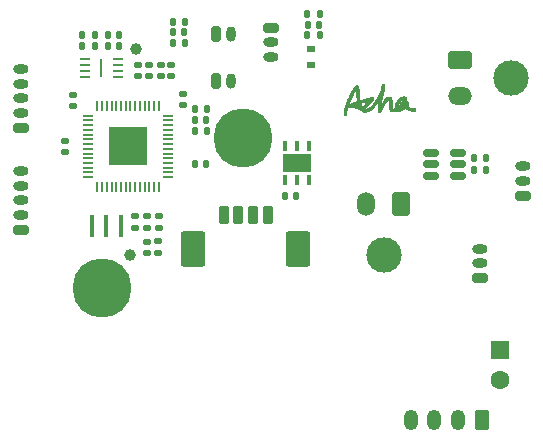
<source format=gbr>
%TF.GenerationSoftware,KiCad,Pcbnew,(6.0.6)*%
%TF.CreationDate,2022-07-03T12:41:07+08:00*%
%TF.ProjectId,Stealthburner_Toolhead_PCB,53746561-6c74-4686-9275-726e65725f54,rev?*%
%TF.SameCoordinates,Original*%
%TF.FileFunction,Soldermask,Top*%
%TF.FilePolarity,Negative*%
%FSLAX46Y46*%
G04 Gerber Fmt 4.6, Leading zero omitted, Abs format (unit mm)*
G04 Created by KiCad (PCBNEW (6.0.6)) date 2022-07-03 12:41:07*
%MOMM*%
%LPD*%
G01*
G04 APERTURE LIST*
G04 Aperture macros list*
%AMRoundRect*
0 Rectangle with rounded corners*
0 $1 Rounding radius*
0 $2 $3 $4 $5 $6 $7 $8 $9 X,Y pos of 4 corners*
0 Add a 4 corners polygon primitive as box body*
4,1,4,$2,$3,$4,$5,$6,$7,$8,$9,$2,$3,0*
0 Add four circle primitives for the rounded corners*
1,1,$1+$1,$2,$3*
1,1,$1+$1,$4,$5*
1,1,$1+$1,$6,$7*
1,1,$1+$1,$8,$9*
0 Add four rect primitives between the rounded corners*
20,1,$1+$1,$2,$3,$4,$5,0*
20,1,$1+$1,$4,$5,$6,$7,0*
20,1,$1+$1,$6,$7,$8,$9,0*
20,1,$1+$1,$8,$9,$2,$3,0*%
G04 Aperture macros list end*
%ADD10C,0.024000*%
%ADD11RoundRect,0.140000X-0.170000X0.140000X-0.170000X-0.140000X0.170000X-0.140000X0.170000X0.140000X0*%
%ADD12RoundRect,0.140000X0.170000X-0.140000X0.170000X0.140000X-0.170000X0.140000X-0.170000X-0.140000X0*%
%ADD13RoundRect,0.200000X-0.200000X-0.450000X0.200000X-0.450000X0.200000X0.450000X-0.200000X0.450000X0*%
%ADD14O,0.800000X1.300000*%
%ADD15R,0.812800X0.177800*%
%ADD16R,0.177800X0.812800*%
%ADD17R,3.200400X3.200400*%
%ADD18RoundRect,0.140000X-0.140000X-0.170000X0.140000X-0.170000X0.140000X0.170000X-0.140000X0.170000X0*%
%ADD19R,0.457200X0.812800*%
%ADD20R,2.489200X1.600200*%
%ADD21C,3.000000*%
%ADD22RoundRect,0.250001X0.499999X0.759999X-0.499999X0.759999X-0.499999X-0.759999X0.499999X-0.759999X0*%
%ADD23O,1.500000X2.020000*%
%ADD24RoundRect,0.135000X0.135000X0.185000X-0.135000X0.185000X-0.135000X-0.185000X0.135000X-0.185000X0*%
%ADD25RoundRect,0.200000X0.450000X-0.200000X0.450000X0.200000X-0.450000X0.200000X-0.450000X-0.200000X0*%
%ADD26O,1.300000X0.800000*%
%ADD27R,1.600000X1.600000*%
%ADD28C,1.600000*%
%ADD29C,1.000000*%
%ADD30RoundRect,0.135000X-0.135000X-0.185000X0.135000X-0.185000X0.135000X0.185000X-0.135000X0.185000X0*%
%ADD31RoundRect,0.200000X-0.200000X-0.600000X0.200000X-0.600000X0.200000X0.600000X-0.200000X0.600000X0*%
%ADD32RoundRect,0.250001X-0.799999X-1.249999X0.799999X-1.249999X0.799999X1.249999X-0.799999X1.249999X0*%
%ADD33C,5.000000*%
%ADD34R,0.700000X0.600000*%
%ADD35RoundRect,0.200000X-0.450000X0.200000X-0.450000X-0.200000X0.450000X-0.200000X0.450000X0.200000X0*%
%ADD36RoundRect,0.140000X0.140000X0.170000X-0.140000X0.170000X-0.140000X-0.170000X0.140000X-0.170000X0*%
%ADD37RoundRect,0.135000X-0.185000X0.135000X-0.185000X-0.135000X0.185000X-0.135000X0.185000X0.135000X0*%
%ADD38R,0.400000X1.900000*%
%ADD39RoundRect,0.250001X-0.759999X0.499999X-0.759999X-0.499999X0.759999X-0.499999X0.759999X0.499999X0*%
%ADD40O,2.020000X1.500000*%
%ADD41R,0.812800X0.254000*%
%ADD42R,0.203200X1.600200*%
%ADD43RoundRect,0.150000X-0.512500X-0.150000X0.512500X-0.150000X0.512500X0.150000X-0.512500X0.150000X0*%
%ADD44RoundRect,0.250000X0.350000X0.625000X-0.350000X0.625000X-0.350000X-0.625000X0.350000X-0.625000X0*%
%ADD45O,1.200000X1.750000*%
G04 APERTURE END LIST*
D10*
G36*
X134400417Y-105888459D02*
G01*
X134413507Y-105837190D01*
X134429358Y-105786331D01*
X134447913Y-105735984D01*
X134469119Y-105686250D01*
X134492919Y-105637231D01*
X134519260Y-105589030D01*
X134548086Y-105541747D01*
X134579343Y-105495486D01*
X134612976Y-105450347D01*
X134648929Y-105406433D01*
X134687148Y-105363845D01*
X134727579Y-105322685D01*
X134770165Y-105283056D01*
X134814853Y-105245058D01*
X134827078Y-105235263D01*
X134839595Y-105225862D01*
X134852393Y-105216860D01*
X134865462Y-105208265D01*
X134878793Y-105200081D01*
X134892377Y-105192316D01*
X134906203Y-105184976D01*
X134920263Y-105178066D01*
X134944614Y-105167678D01*
X134969903Y-105158496D01*
X134995922Y-105150632D01*
X135022463Y-105144198D01*
X135049319Y-105139306D01*
X135076281Y-105136068D01*
X135103142Y-105134597D01*
X135129694Y-105135005D01*
X135155728Y-105137403D01*
X135181038Y-105141904D01*
X135193355Y-105144978D01*
X135205414Y-105148619D01*
X135217187Y-105152843D01*
X135228649Y-105157662D01*
X135239774Y-105163090D01*
X135250536Y-105169143D01*
X135260909Y-105175833D01*
X135270866Y-105183175D01*
X135280383Y-105191183D01*
X135289432Y-105199870D01*
X135297988Y-105209252D01*
X135306025Y-105219341D01*
X135316467Y-105234824D01*
X135325109Y-105250646D01*
X135332032Y-105266768D01*
X135337322Y-105283150D01*
X135341061Y-105299752D01*
X135343334Y-105316534D01*
X135344223Y-105333456D01*
X135343813Y-105350478D01*
X135342186Y-105367561D01*
X135339427Y-105384665D01*
X135335618Y-105401749D01*
X135330844Y-105418774D01*
X135325188Y-105435700D01*
X135318734Y-105452487D01*
X135303763Y-105485485D01*
X135286601Y-105517449D01*
X135267916Y-105548059D01*
X135248376Y-105576996D01*
X135228650Y-105603943D01*
X135191311Y-105650584D01*
X135161246Y-105685431D01*
X135151640Y-105696905D01*
X135142191Y-105708506D01*
X135132900Y-105720232D01*
X135123768Y-105732081D01*
X135114796Y-105744052D01*
X135105986Y-105756143D01*
X135097339Y-105768353D01*
X135088855Y-105780680D01*
X135070232Y-105807023D01*
X135060828Y-105820094D01*
X135051311Y-105833068D01*
X135041646Y-105845923D01*
X135031795Y-105858637D01*
X135021720Y-105871187D01*
X135011385Y-105883551D01*
X135000836Y-105895731D01*
X134990152Y-105907765D01*
X134979350Y-105919688D01*
X134968443Y-105931533D01*
X134924073Y-105978801D01*
X134903279Y-105999624D01*
X134882099Y-106020042D01*
X134860538Y-106040049D01*
X134838601Y-106059640D01*
X134816296Y-106078810D01*
X134793627Y-106097554D01*
X134770602Y-106115866D01*
X134747225Y-106133741D01*
X134756533Y-106132542D01*
X134765799Y-106131116D01*
X134775019Y-106129464D01*
X134784188Y-106127588D01*
X134793303Y-106125488D01*
X134802360Y-106123166D01*
X134811354Y-106120623D01*
X134820282Y-106117861D01*
X134829139Y-106114881D01*
X134837922Y-106111684D01*
X134846627Y-106108271D01*
X134855249Y-106104644D01*
X134863784Y-106100805D01*
X134872229Y-106096753D01*
X134880579Y-106092492D01*
X134888831Y-106088021D01*
X134904722Y-106078470D01*
X134920321Y-106068471D01*
X134935618Y-106058029D01*
X134950605Y-106047153D01*
X134965272Y-106035849D01*
X134979609Y-106024124D01*
X134993608Y-106011985D01*
X135007258Y-105999438D01*
X135029910Y-105978683D01*
X135052117Y-105957485D01*
X135073874Y-105935852D01*
X135095174Y-105913791D01*
X135116012Y-105891311D01*
X135136382Y-105868418D01*
X135156278Y-105845120D01*
X135175693Y-105821425D01*
X135194622Y-105797339D01*
X135213059Y-105772870D01*
X135230998Y-105748026D01*
X135248433Y-105722815D01*
X135265357Y-105697243D01*
X135281766Y-105671318D01*
X135297652Y-105645047D01*
X135313010Y-105618438D01*
X135316232Y-105613079D01*
X135319740Y-105607950D01*
X135323521Y-105603058D01*
X135327564Y-105598414D01*
X135331855Y-105594024D01*
X135336381Y-105589900D01*
X135341129Y-105586048D01*
X135346087Y-105582477D01*
X135351241Y-105579197D01*
X135356579Y-105576216D01*
X135362089Y-105573543D01*
X135367756Y-105571187D01*
X135373569Y-105569155D01*
X135379514Y-105567457D01*
X135385579Y-105566102D01*
X135391751Y-105565098D01*
X135397834Y-105564397D01*
X135403913Y-105564043D01*
X135409974Y-105564029D01*
X135416003Y-105564354D01*
X135421986Y-105565011D01*
X135427911Y-105565998D01*
X135433764Y-105567310D01*
X135439531Y-105568942D01*
X135445199Y-105570891D01*
X135450754Y-105573152D01*
X135456183Y-105575721D01*
X135461473Y-105578594D01*
X135466610Y-105581766D01*
X135471581Y-105585234D01*
X135476371Y-105588993D01*
X135480968Y-105593038D01*
X135484393Y-105596470D01*
X135487663Y-105600010D01*
X135490779Y-105603654D01*
X135493738Y-105607395D01*
X135499185Y-105615154D01*
X135503997Y-105623247D01*
X135508164Y-105631636D01*
X135511680Y-105640280D01*
X135514536Y-105649140D01*
X135516724Y-105658176D01*
X135518236Y-105667350D01*
X135519065Y-105676622D01*
X135519201Y-105685953D01*
X135518638Y-105695303D01*
X135517367Y-105704632D01*
X135515380Y-105713901D01*
X135514115Y-105718501D01*
X135512669Y-105723072D01*
X135511039Y-105727607D01*
X135509226Y-105732103D01*
X135504684Y-105748965D01*
X135500595Y-105765920D01*
X135496958Y-105782959D01*
X135493774Y-105800073D01*
X135491044Y-105817253D01*
X135488769Y-105834490D01*
X135486948Y-105851775D01*
X135485582Y-105869100D01*
X135484673Y-105886454D01*
X135484220Y-105903829D01*
X135484225Y-105921216D01*
X135484687Y-105938605D01*
X135485608Y-105955989D01*
X135486988Y-105973357D01*
X135488828Y-105990700D01*
X135491128Y-106008011D01*
X135492406Y-106009303D01*
X135493716Y-106010561D01*
X135495057Y-106011783D01*
X135496427Y-106012969D01*
X135497827Y-106014118D01*
X135499256Y-106015230D01*
X135500712Y-106016305D01*
X135502195Y-106017342D01*
X135503704Y-106018340D01*
X135505239Y-106019299D01*
X135506798Y-106020218D01*
X135508382Y-106021098D01*
X135509988Y-106021936D01*
X135511618Y-106022734D01*
X135513268Y-106023490D01*
X135514940Y-106024203D01*
X135521201Y-106027368D01*
X135527640Y-106030712D01*
X135534318Y-106034294D01*
X135541293Y-106038173D01*
X135546692Y-106041230D01*
X135552152Y-106044175D01*
X135557669Y-106047006D01*
X135563242Y-106049725D01*
X135568869Y-106052329D01*
X135574549Y-106054817D01*
X135580280Y-106057190D01*
X135586060Y-106059446D01*
X135611629Y-106069458D01*
X135637443Y-106078700D01*
X135663482Y-106087170D01*
X135689731Y-106094866D01*
X135716171Y-106101784D01*
X135742786Y-106107922D01*
X135769557Y-106113278D01*
X135796468Y-106117847D01*
X135823501Y-106121629D01*
X135850638Y-106124619D01*
X135877863Y-106126816D01*
X135905157Y-106128217D01*
X135932504Y-106128819D01*
X135959886Y-106128619D01*
X135987286Y-106127615D01*
X136014686Y-106125803D01*
X136021793Y-106125457D01*
X136028851Y-106125582D01*
X136035840Y-106126168D01*
X136042740Y-106127207D01*
X136049529Y-106128687D01*
X136056189Y-106130601D01*
X136062698Y-106132937D01*
X136069036Y-106135687D01*
X136075184Y-106138841D01*
X136081120Y-106142390D01*
X136086825Y-106146323D01*
X136092278Y-106150631D01*
X136097458Y-106155305D01*
X136102346Y-106160334D01*
X136106922Y-106165710D01*
X136111164Y-106171423D01*
X136115017Y-106177405D01*
X136118438Y-106183580D01*
X136121425Y-106189926D01*
X136123975Y-106196420D01*
X136126088Y-106203041D01*
X136127760Y-106209765D01*
X136128991Y-106216570D01*
X136129779Y-106223434D01*
X136130121Y-106230335D01*
X136130016Y-106237250D01*
X136129463Y-106244157D01*
X136128458Y-106251033D01*
X136127001Y-106257857D01*
X136125089Y-106264605D01*
X136122721Y-106271255D01*
X136119895Y-106277785D01*
X136118317Y-106280983D01*
X136116641Y-106284113D01*
X136114869Y-106287174D01*
X136113004Y-106290164D01*
X136111047Y-106293080D01*
X136109001Y-106295923D01*
X136104652Y-106301379D01*
X136099975Y-106306519D01*
X136094988Y-106311329D01*
X136089710Y-106315798D01*
X136084159Y-106319912D01*
X136078354Y-106323659D01*
X136072313Y-106327026D01*
X136066055Y-106330000D01*
X136059597Y-106332568D01*
X136052960Y-106334718D01*
X136049579Y-106335632D01*
X136046160Y-106336436D01*
X136042705Y-106337130D01*
X136039216Y-106337710D01*
X136035697Y-106338177D01*
X136032148Y-106338528D01*
X135998386Y-106340828D01*
X135964622Y-106342131D01*
X135930878Y-106342440D01*
X135897176Y-106341759D01*
X135863537Y-106340092D01*
X135829983Y-106337441D01*
X135796534Y-106333810D01*
X135763214Y-106329202D01*
X135730042Y-106323621D01*
X135697042Y-106317069D01*
X135664233Y-106309550D01*
X135631638Y-106301067D01*
X135599279Y-106291624D01*
X135567176Y-106281224D01*
X135535352Y-106269870D01*
X135503828Y-106257566D01*
X135494543Y-106253790D01*
X135485333Y-106249843D01*
X135476199Y-106245727D01*
X135467143Y-106241442D01*
X135458169Y-106236990D01*
X135449278Y-106232372D01*
X135440473Y-106227588D01*
X135431756Y-106222641D01*
X135416516Y-106214703D01*
X135409232Y-106211139D01*
X135402069Y-106207365D01*
X135395031Y-106203384D01*
X135388123Y-106199200D01*
X135381348Y-106194817D01*
X135374710Y-106190237D01*
X135368214Y-106185464D01*
X135361865Y-106180501D01*
X135355665Y-106175352D01*
X135349619Y-106170020D01*
X135343732Y-106164509D01*
X135338008Y-106158821D01*
X135332450Y-106152961D01*
X135327064Y-106146931D01*
X135321852Y-106140735D01*
X135316820Y-106134376D01*
X135312922Y-106128586D01*
X135309207Y-106122691D01*
X135305678Y-106116693D01*
X135302336Y-106110599D01*
X135299183Y-106104411D01*
X135296220Y-106098136D01*
X135293450Y-106091776D01*
X135290874Y-106085337D01*
X135288493Y-106078824D01*
X135286309Y-106072239D01*
X135284325Y-106065589D01*
X135282542Y-106058878D01*
X135280961Y-106052109D01*
X135279584Y-106045288D01*
X135278413Y-106038419D01*
X135277450Y-106031506D01*
X135262333Y-106048123D01*
X135246994Y-106064532D01*
X135231437Y-106080732D01*
X135215664Y-106096719D01*
X135199677Y-106112493D01*
X135183477Y-106128050D01*
X135167068Y-106143388D01*
X135150451Y-106158506D01*
X135132123Y-106175046D01*
X135113337Y-106191039D01*
X135094106Y-106206478D01*
X135074442Y-106221353D01*
X135054356Y-106235654D01*
X135033863Y-106249373D01*
X135012973Y-106262501D01*
X134991700Y-106275029D01*
X134969639Y-106286651D01*
X134947184Y-106297320D01*
X134924367Y-106307032D01*
X134901219Y-106315780D01*
X134877770Y-106323559D01*
X134854051Y-106330364D01*
X134830093Y-106336190D01*
X134805928Y-106341029D01*
X134781584Y-106344878D01*
X134757094Y-106347730D01*
X134732488Y-106349580D01*
X134707797Y-106350423D01*
X134683051Y-106350253D01*
X134658282Y-106349064D01*
X134633520Y-106346851D01*
X134608796Y-106343609D01*
X134602230Y-106342623D01*
X134595692Y-106341501D01*
X134589182Y-106340243D01*
X134582704Y-106338850D01*
X134569849Y-106335663D01*
X134557144Y-106331945D01*
X134544605Y-106327700D01*
X134532248Y-106322934D01*
X134526143Y-106320357D01*
X134520091Y-106317652D01*
X134514092Y-106314819D01*
X134508149Y-106311859D01*
X134498331Y-106318718D01*
X134488424Y-106325444D01*
X134478429Y-106332038D01*
X134468348Y-106338497D01*
X134458182Y-106344821D01*
X134447932Y-106351010D01*
X134437599Y-106357062D01*
X134427186Y-106362976D01*
X134420740Y-106366581D01*
X134414215Y-106370031D01*
X134407611Y-106373326D01*
X134400933Y-106376465D01*
X134394183Y-106379445D01*
X134387364Y-106382265D01*
X134380478Y-106384925D01*
X134373529Y-106387423D01*
X134366968Y-106389291D01*
X134360373Y-106391023D01*
X134353745Y-106392619D01*
X134347087Y-106394077D01*
X134340400Y-106395399D01*
X134333686Y-106396583D01*
X134326948Y-106397629D01*
X134320188Y-106398536D01*
X134304168Y-106401237D01*
X134288099Y-106403368D01*
X134271994Y-106404929D01*
X134255868Y-106405923D01*
X134239738Y-106406350D01*
X134223617Y-106406213D01*
X134207520Y-106405512D01*
X134191462Y-106404249D01*
X134175458Y-106402426D01*
X134159523Y-106400044D01*
X134143672Y-106397104D01*
X134127919Y-106393608D01*
X134112279Y-106389557D01*
X134096768Y-106384952D01*
X134081399Y-106379796D01*
X134066188Y-106374089D01*
X134054761Y-106367895D01*
X134043724Y-106361148D01*
X134033092Y-106353870D01*
X134022883Y-106346079D01*
X134013112Y-106337796D01*
X134003795Y-106329039D01*
X133994949Y-106319829D01*
X133986590Y-106310186D01*
X133978734Y-106300128D01*
X133971397Y-106289676D01*
X133964596Y-106278849D01*
X133958346Y-106267667D01*
X133952664Y-106256150D01*
X133947567Y-106244317D01*
X133943069Y-106232189D01*
X133939188Y-106219784D01*
X133931910Y-106197425D01*
X133925629Y-106174922D01*
X133920275Y-106152339D01*
X133915783Y-106129738D01*
X133912082Y-106107183D01*
X133909106Y-106084739D01*
X133906787Y-106062468D01*
X133905057Y-106040436D01*
X133903091Y-105997338D01*
X133902666Y-105955956D01*
X133903238Y-105916799D01*
X133904263Y-105880376D01*
X133906540Y-105799344D01*
X133907954Y-105718134D01*
X133908030Y-105677666D01*
X133907523Y-105637399D01*
X133906308Y-105597415D01*
X133904263Y-105557796D01*
X133904263Y-105534936D01*
X133904420Y-105525132D01*
X133904338Y-105515338D01*
X133904019Y-105505557D01*
X133903462Y-105495794D01*
X133902669Y-105486053D01*
X133901640Y-105476339D01*
X133900377Y-105466655D01*
X133898879Y-105457006D01*
X133897147Y-105447396D01*
X133895183Y-105437830D01*
X133892986Y-105428311D01*
X133890558Y-105418845D01*
X133887899Y-105409434D01*
X133885010Y-105400084D01*
X133881893Y-105390799D01*
X133878546Y-105381583D01*
X133870761Y-105382448D01*
X133863021Y-105383591D01*
X133855331Y-105385010D01*
X133847699Y-105386704D01*
X133840133Y-105388670D01*
X133832640Y-105390908D01*
X133825228Y-105393414D01*
X133817903Y-105396188D01*
X133812746Y-105398389D01*
X133807651Y-105400724D01*
X133802621Y-105403190D01*
X133797658Y-105405788D01*
X133792766Y-105408515D01*
X133787946Y-105411371D01*
X133783201Y-105414353D01*
X133778533Y-105417461D01*
X133772748Y-105421909D01*
X133767039Y-105426449D01*
X133761407Y-105431079D01*
X133755852Y-105435799D01*
X133750377Y-105440608D01*
X133744982Y-105445504D01*
X133739668Y-105450487D01*
X133734437Y-105455555D01*
X133729288Y-105460708D01*
X133724224Y-105465944D01*
X133719245Y-105471263D01*
X133714352Y-105476663D01*
X133709547Y-105482144D01*
X133704830Y-105487704D01*
X133700203Y-105493343D01*
X133695666Y-105499058D01*
X133674620Y-105526144D01*
X133654023Y-105553565D01*
X133633879Y-105581315D01*
X133614191Y-105609388D01*
X133594965Y-105637779D01*
X133576204Y-105666482D01*
X133557911Y-105695490D01*
X133540092Y-105724800D01*
X133479766Y-105820051D01*
X133473589Y-105829819D01*
X133467502Y-105839617D01*
X133464520Y-105844536D01*
X133461594Y-105849474D01*
X133458734Y-105854435D01*
X133455953Y-105859421D01*
X133453090Y-105864800D01*
X133450015Y-105870841D01*
X133446784Y-105877403D01*
X133443452Y-105884345D01*
X133436710Y-105898801D01*
X133430236Y-105913078D01*
X133426535Y-105921299D01*
X133423013Y-105929311D01*
X133416266Y-105944828D01*
X133410238Y-105959399D01*
X133404002Y-105973999D01*
X133400778Y-105981282D01*
X133397469Y-105988539D01*
X133394063Y-105995759D01*
X133390548Y-106002931D01*
X133342531Y-106096723D01*
X133293830Y-106190335D01*
X133244593Y-106283591D01*
X133194968Y-106376311D01*
X133182268Y-106399806D01*
X133180205Y-106404150D01*
X133177992Y-106408390D01*
X133175634Y-106412522D01*
X133173135Y-106416545D01*
X133170498Y-106420456D01*
X133167729Y-106424251D01*
X133164830Y-106427930D01*
X133161806Y-106431489D01*
X133158661Y-106434926D01*
X133155399Y-106438238D01*
X133152024Y-106441422D01*
X133148540Y-106444477D01*
X133144951Y-106447399D01*
X133141262Y-106450187D01*
X133137476Y-106452837D01*
X133133597Y-106455347D01*
X133129630Y-106457714D01*
X133125578Y-106459937D01*
X133121446Y-106462012D01*
X133117237Y-106463937D01*
X133112956Y-106465710D01*
X133108607Y-106467327D01*
X133104194Y-106468787D01*
X133099720Y-106470087D01*
X133095191Y-106471224D01*
X133090609Y-106472196D01*
X133085979Y-106473001D01*
X133081306Y-106473635D01*
X133076592Y-106474096D01*
X133071843Y-106474382D01*
X133067062Y-106474490D01*
X133062253Y-106474419D01*
X133053074Y-106473644D01*
X133044064Y-106472213D01*
X133035252Y-106470145D01*
X133026668Y-106467462D01*
X133018340Y-106464183D01*
X133010295Y-106460330D01*
X133002563Y-106455922D01*
X132995173Y-106450981D01*
X132988152Y-106445528D01*
X132981530Y-106439582D01*
X132975335Y-106433165D01*
X132969595Y-106426297D01*
X132964340Y-106418998D01*
X132959597Y-106411290D01*
X132955395Y-106403192D01*
X132951763Y-106394726D01*
X132950463Y-106391015D01*
X132949254Y-106387278D01*
X132948134Y-106383517D01*
X132947105Y-106379732D01*
X132946167Y-106375926D01*
X132945320Y-106372101D01*
X132944565Y-106368258D01*
X132943901Y-106364398D01*
X132943329Y-106360524D01*
X132942849Y-106356637D01*
X132942462Y-106352738D01*
X132942167Y-106348829D01*
X132941965Y-106344913D01*
X132941857Y-106340990D01*
X132941842Y-106337062D01*
X132941921Y-106333131D01*
X132941891Y-106308792D01*
X132941683Y-106283680D01*
X132941117Y-106258211D01*
X132940645Y-106245472D01*
X132940016Y-106232801D01*
X132938544Y-106204359D01*
X132937720Y-106175903D01*
X132937543Y-106147443D01*
X132938014Y-106118990D01*
X132939132Y-106090556D01*
X132940897Y-106062150D01*
X132943308Y-106033785D01*
X132946366Y-106005470D01*
X132951277Y-105970035D01*
X132955653Y-105934390D01*
X132963511Y-105863548D01*
X132966090Y-105833651D01*
X132969067Y-105803795D01*
X132972442Y-105773984D01*
X132976214Y-105744222D01*
X132980382Y-105714513D01*
X132984946Y-105684861D01*
X132989906Y-105655269D01*
X132995260Y-105625743D01*
X133019549Y-105511600D01*
X133032230Y-105454916D01*
X133045743Y-105398411D01*
X133059078Y-105345388D01*
X133037282Y-105385677D01*
X133014833Y-105425594D01*
X132991734Y-105465132D01*
X132967991Y-105504282D01*
X132943609Y-105543038D01*
X132918592Y-105581390D01*
X132892945Y-105619332D01*
X132866673Y-105656856D01*
X132862421Y-105663107D01*
X132858249Y-105669411D01*
X132854158Y-105675766D01*
X132850147Y-105682172D01*
X132846218Y-105688628D01*
X132842371Y-105695134D01*
X132838605Y-105701688D01*
X132834923Y-105708291D01*
X132829715Y-105717741D01*
X132824372Y-105727113D01*
X132818895Y-105736407D01*
X132813284Y-105745619D01*
X132807540Y-105754750D01*
X132801664Y-105763796D01*
X132795657Y-105772758D01*
X132789521Y-105781633D01*
X132751214Y-105833699D01*
X132711311Y-105886810D01*
X132669467Y-105940286D01*
X132625334Y-105993445D01*
X132602301Y-106019694D01*
X132578566Y-106045608D01*
X132554087Y-106071102D01*
X132528819Y-106096092D01*
X132502719Y-106120492D01*
X132475745Y-106144218D01*
X132447852Y-106167183D01*
X132418998Y-106189303D01*
X132405115Y-106199309D01*
X132391098Y-106209107D01*
X132376962Y-106218726D01*
X132362721Y-106228197D01*
X132333988Y-106246810D01*
X132305016Y-106265186D01*
X132265880Y-106290653D01*
X132225765Y-106315633D01*
X132205295Y-106327723D01*
X132184526Y-106339430D01*
X132163441Y-106350668D01*
X132142019Y-106361349D01*
X132120245Y-106371386D01*
X132098098Y-106380692D01*
X132075562Y-106389181D01*
X132052618Y-106396765D01*
X132029248Y-106403357D01*
X132005434Y-106408871D01*
X131981158Y-106413220D01*
X131956401Y-106416316D01*
X131939213Y-106417728D01*
X131922009Y-106418872D01*
X131904791Y-106419749D01*
X131887563Y-106420359D01*
X131870327Y-106420702D01*
X131853087Y-106420778D01*
X131835846Y-106420585D01*
X131818607Y-106420126D01*
X131805906Y-106420126D01*
X131791714Y-106420277D01*
X131773689Y-106420027D01*
X131763587Y-106419421D01*
X131752942Y-106418318D01*
X131741893Y-106416586D01*
X131730579Y-106414093D01*
X131719139Y-106410708D01*
X131713414Y-106408639D01*
X131707710Y-106406297D01*
X131702044Y-106403666D01*
X131696433Y-106400730D01*
X131690894Y-106397471D01*
X131685444Y-106393873D01*
X131680102Y-106389919D01*
X131674884Y-106385594D01*
X131669807Y-106380881D01*
X131664890Y-106375763D01*
X131660149Y-106370223D01*
X131655601Y-106364246D01*
X131651264Y-106357814D01*
X131647156Y-106350911D01*
X131642759Y-106342415D01*
X131638701Y-106333780D01*
X131634984Y-106325015D01*
X131631610Y-106316131D01*
X131628581Y-106307137D01*
X131625898Y-106298045D01*
X131623565Y-106288864D01*
X131621582Y-106279604D01*
X131619951Y-106270275D01*
X131618676Y-106260888D01*
X131617757Y-106251453D01*
X131617196Y-106241979D01*
X131616997Y-106232478D01*
X131617159Y-106222959D01*
X131617687Y-106213432D01*
X131618581Y-106203908D01*
X131617364Y-106205460D01*
X131616122Y-106206991D01*
X131613568Y-106209991D01*
X131610921Y-106212906D01*
X131608182Y-106215735D01*
X131605354Y-106218473D01*
X131602439Y-106221121D01*
X131599439Y-106223675D01*
X131597908Y-106224916D01*
X131596356Y-106226133D01*
X131588727Y-106231573D01*
X131580801Y-106236405D01*
X131572613Y-106240626D01*
X131564198Y-106244233D01*
X131555588Y-106247223D01*
X131546820Y-106249593D01*
X131537926Y-106251340D01*
X131528942Y-106252461D01*
X131519901Y-106252953D01*
X131510839Y-106252812D01*
X131501789Y-106252035D01*
X131492786Y-106250621D01*
X131483863Y-106248565D01*
X131475056Y-106245864D01*
X131466399Y-106242515D01*
X131457926Y-106238516D01*
X131442368Y-106231556D01*
X131427049Y-106224506D01*
X131396648Y-106210258D01*
X131296001Y-106162316D01*
X131266042Y-106148971D01*
X131235797Y-106136323D01*
X131205277Y-106124377D01*
X131174494Y-106113136D01*
X131143462Y-106102606D01*
X131112191Y-106092791D01*
X131080695Y-106083694D01*
X131048986Y-106075320D01*
X131016154Y-106068700D01*
X130983178Y-106062936D01*
X130950075Y-106058030D01*
X130916862Y-106053983D01*
X130883555Y-106050797D01*
X130850171Y-106048475D01*
X130816726Y-106047018D01*
X130783239Y-106046429D01*
X130728946Y-106046428D01*
X130702911Y-106046428D01*
X130674965Y-106046186D01*
X130647105Y-106045501D01*
X130619357Y-106044436D01*
X130591746Y-106043055D01*
X130537042Y-106039597D01*
X130483201Y-106035633D01*
X130475288Y-106034772D01*
X130467420Y-106033620D01*
X130459605Y-106032179D01*
X130451851Y-106030451D01*
X130444167Y-106028439D01*
X130436559Y-106026143D01*
X130429036Y-106023567D01*
X130421606Y-106020711D01*
X130419459Y-106019890D01*
X130417331Y-106019025D01*
X130415223Y-106018118D01*
X130413134Y-106017169D01*
X130411067Y-106016178D01*
X130409020Y-106015146D01*
X130406995Y-106014072D01*
X130404993Y-106012957D01*
X130403013Y-106011802D01*
X130401058Y-106010607D01*
X130399126Y-106009372D01*
X130397220Y-106008098D01*
X130395339Y-106006785D01*
X130393484Y-106005432D01*
X130391656Y-106004042D01*
X130389856Y-106002613D01*
X130368901Y-106066113D01*
X130348660Y-106129852D01*
X130329491Y-106193709D01*
X130320420Y-106225645D01*
X130311751Y-106257566D01*
X130304584Y-106281816D01*
X130298189Y-106306262D01*
X130292567Y-106330884D01*
X130287723Y-106355665D01*
X130283661Y-106380586D01*
X130280382Y-106405628D01*
X130277891Y-106430774D01*
X130276191Y-106456004D01*
X130276607Y-106474957D01*
X130277405Y-106493893D01*
X130278583Y-106512805D01*
X130280141Y-106531688D01*
X130282078Y-106550537D01*
X130284394Y-106569344D01*
X130287088Y-106588105D01*
X130290160Y-106606813D01*
X130284218Y-106617155D01*
X130278124Y-106626645D01*
X130271890Y-106635308D01*
X130265527Y-106643170D01*
X130259045Y-106650254D01*
X130252456Y-106656587D01*
X130245770Y-106662192D01*
X130238999Y-106667095D01*
X130232152Y-106671320D01*
X130225242Y-106674893D01*
X130218278Y-106677837D01*
X130211273Y-106680178D01*
X130204236Y-106681941D01*
X130197178Y-106683150D01*
X130190110Y-106683831D01*
X130183044Y-106684008D01*
X130175990Y-106683705D01*
X130168959Y-106682949D01*
X130161962Y-106681763D01*
X130155010Y-106680173D01*
X130148113Y-106678202D01*
X130141282Y-106675877D01*
X130134529Y-106673222D01*
X130127864Y-106670261D01*
X130114842Y-106663524D01*
X130102303Y-106655863D01*
X130090335Y-106647477D01*
X130079023Y-106638566D01*
X130075192Y-106615651D01*
X130071842Y-106592668D01*
X130068973Y-106569626D01*
X130066587Y-106546532D01*
X130064684Y-106523392D01*
X130063264Y-106500216D01*
X130062329Y-106477009D01*
X130061879Y-106453781D01*
X130063627Y-106421580D01*
X130066427Y-106389480D01*
X130070274Y-106357505D01*
X130075163Y-106325682D01*
X130081090Y-106294036D01*
X130088052Y-106262593D01*
X130096043Y-106231377D01*
X130105059Y-106200415D01*
X130117373Y-106155607D01*
X130130414Y-106110970D01*
X130144042Y-106066526D01*
X130158121Y-106022298D01*
X130187078Y-105934579D01*
X130216183Y-105847991D01*
X130217246Y-105844816D01*
X130958498Y-105844816D01*
X130976455Y-105846814D01*
X130994369Y-105849127D01*
X131012237Y-105851755D01*
X131030054Y-105854696D01*
X131047817Y-105857950D01*
X131065522Y-105861516D01*
X131083163Y-105865393D01*
X131100738Y-105869581D01*
X131132924Y-105878046D01*
X131164924Y-105887149D01*
X131196730Y-105896887D01*
X131228333Y-105907257D01*
X131259722Y-105918255D01*
X131290888Y-105929879D01*
X131321823Y-105942124D01*
X131352516Y-105954988D01*
X131330450Y-105900180D01*
X131309653Y-105845927D01*
X131290127Y-105792230D01*
X131271871Y-105739088D01*
X131192814Y-105764885D01*
X131113121Y-105791476D01*
X131074406Y-105804454D01*
X131035810Y-105817670D01*
X130958498Y-105844816D01*
X130217246Y-105844816D01*
X130230427Y-105805446D01*
X130455896Y-105805446D01*
X130602040Y-105747859D01*
X130749226Y-105692416D01*
X130798764Y-105674636D01*
X131475388Y-105674636D01*
X131476023Y-105675906D01*
X131495808Y-105732441D01*
X131517060Y-105789650D01*
X131539781Y-105847535D01*
X131563971Y-105906093D01*
X131567471Y-105914617D01*
X131570842Y-105923263D01*
X131574101Y-105932006D01*
X131577266Y-105940820D01*
X131583393Y-105958555D01*
X131589371Y-105976261D01*
X131596038Y-105996581D01*
X131597160Y-106000219D01*
X131598336Y-106003840D01*
X131599565Y-106007442D01*
X131600849Y-106011025D01*
X131602186Y-106014589D01*
X131603576Y-106018132D01*
X131605020Y-106021655D01*
X131606516Y-106025156D01*
X131613818Y-106038491D01*
X131615457Y-106041229D01*
X131617043Y-106043968D01*
X131618585Y-106046706D01*
X131620089Y-106049445D01*
X131623016Y-106054921D01*
X131625883Y-106060398D01*
X131627936Y-106064595D01*
X131629868Y-106068846D01*
X131631681Y-106073147D01*
X131633371Y-106077496D01*
X131634940Y-106081891D01*
X131636385Y-106086329D01*
X131637706Y-106090807D01*
X131638901Y-106095323D01*
X131638857Y-106094729D01*
X131638825Y-106094133D01*
X131638806Y-106093538D01*
X131638799Y-106092942D01*
X131638806Y-106092346D01*
X131638825Y-106091751D01*
X131638856Y-106091155D01*
X131638901Y-106090561D01*
X131641568Y-106083605D01*
X131644370Y-106076704D01*
X131647307Y-106069862D01*
X131650379Y-106063079D01*
X131653583Y-106056358D01*
X131656919Y-106049701D01*
X131660386Y-106043110D01*
X131663983Y-106036586D01*
X131672781Y-106022171D01*
X131681836Y-106007922D01*
X131691147Y-105993842D01*
X131700711Y-105979934D01*
X131710527Y-105966202D01*
X131720590Y-105952649D01*
X131730900Y-105939280D01*
X131741453Y-105926096D01*
X131763678Y-105897521D01*
X131811303Y-105834973D01*
X131835116Y-105803134D01*
X131858928Y-105770521D01*
X131874862Y-105749628D01*
X131891392Y-105729226D01*
X131908506Y-105709327D01*
X131926193Y-105689943D01*
X131944442Y-105671086D01*
X131963240Y-105652768D01*
X131982576Y-105635004D01*
X132002438Y-105617803D01*
X132013099Y-105608224D01*
X132023671Y-105598555D01*
X132044666Y-105579068D01*
X132050281Y-105573753D01*
X132056547Y-105567683D01*
X132070423Y-105553946D01*
X132085073Y-105539197D01*
X132099276Y-105524776D01*
X132131026Y-105493026D01*
X132134519Y-105489851D01*
X132110388Y-105495883D01*
X131955716Y-105535824D01*
X131798603Y-105578949D01*
X131638633Y-105625230D01*
X131475388Y-105674636D01*
X130798764Y-105674636D01*
X130897067Y-105639354D01*
X131045176Y-105588911D01*
X131211863Y-105533983D01*
X131198532Y-105479253D01*
X131186575Y-105424233D01*
X131175997Y-105368950D01*
X131166800Y-105313429D01*
X131158991Y-105257695D01*
X131152571Y-105201776D01*
X131147546Y-105145697D01*
X131143918Y-105089484D01*
X131131774Y-104867233D01*
X131117566Y-104644983D01*
X131117439Y-104637258D01*
X131117090Y-104629555D01*
X131116561Y-104621867D01*
X131115899Y-104614186D01*
X131112803Y-104583388D01*
X131109628Y-104546876D01*
X131106573Y-104514173D01*
X131103278Y-104481471D01*
X131103278Y-104482106D01*
X131089896Y-104501056D01*
X131076762Y-104520176D01*
X131063878Y-104539463D01*
X131051246Y-104558915D01*
X131038867Y-104578528D01*
X131026743Y-104598301D01*
X131014875Y-104618232D01*
X131003265Y-104638317D01*
X130957079Y-104716278D01*
X130911429Y-104795280D01*
X130889270Y-104835126D01*
X130867803Y-104875176D01*
X130847213Y-104915412D01*
X130827688Y-104955816D01*
X130822101Y-104967722D01*
X130816328Y-104979628D01*
X130804432Y-105003441D01*
X130792416Y-105027253D01*
X130780698Y-105051066D01*
X130766451Y-105078748D01*
X130752441Y-105106549D01*
X130738908Y-105134469D01*
X130732394Y-105148474D01*
X130726088Y-105162508D01*
X130706240Y-105207167D01*
X130685885Y-105251647D01*
X130644491Y-105340308D01*
X130622983Y-105384247D01*
X130602138Y-105428493D01*
X130581957Y-105473041D01*
X130562444Y-105517882D01*
X130543603Y-105563010D01*
X130525436Y-105608416D01*
X130507947Y-105654093D01*
X130491139Y-105700035D01*
X130455896Y-105805446D01*
X130230427Y-105805446D01*
X130288891Y-105630821D01*
X130306687Y-105581899D01*
X130325199Y-105533252D01*
X130344425Y-105484889D01*
X130364360Y-105436818D01*
X130385002Y-105389045D01*
X130406347Y-105341580D01*
X130428391Y-105294429D01*
X130451133Y-105247600D01*
X130491694Y-105161516D01*
X130511498Y-105118430D01*
X130530826Y-105075196D01*
X130537740Y-105059732D01*
X130544885Y-105044294D01*
X130559718Y-105013482D01*
X130575028Y-104982729D01*
X130590516Y-104952006D01*
X130601872Y-104930049D01*
X130613019Y-104908032D01*
X130623868Y-104886015D01*
X130634331Y-104864058D01*
X130655596Y-104820961D01*
X130677413Y-104778146D01*
X130699779Y-104735621D01*
X130722692Y-104693389D01*
X130746149Y-104651457D01*
X130770146Y-104609830D01*
X130794681Y-104568512D01*
X130819750Y-104527510D01*
X130837973Y-104495497D01*
X130857009Y-104463982D01*
X130876848Y-104432980D01*
X130897478Y-104402508D01*
X130918890Y-104372579D01*
X130941073Y-104343210D01*
X130964016Y-104314414D01*
X130987708Y-104286209D01*
X130992022Y-104281507D01*
X130996446Y-104276919D01*
X131000978Y-104272445D01*
X131005616Y-104268089D01*
X131010357Y-104263851D01*
X131015200Y-104259734D01*
X131020141Y-104255739D01*
X131025179Y-104251867D01*
X131030310Y-104248122D01*
X131035534Y-104244503D01*
X131040847Y-104241014D01*
X131046247Y-104237656D01*
X131051732Y-104234430D01*
X131057299Y-104231339D01*
X131062946Y-104228383D01*
X131068671Y-104225566D01*
X131075985Y-104222036D01*
X131083442Y-104218931D01*
X131091024Y-104216252D01*
X131098712Y-104213999D01*
X131106490Y-104212173D01*
X131114339Y-104210775D01*
X131122241Y-104209806D01*
X131130179Y-104209266D01*
X131138134Y-104209156D01*
X131146090Y-104209476D01*
X131154026Y-104210228D01*
X131161927Y-104211412D01*
X131169774Y-104213030D01*
X131177550Y-104215080D01*
X131185235Y-104217566D01*
X131192813Y-104220486D01*
X131197897Y-104222924D01*
X131202875Y-104225542D01*
X131207745Y-104228335D01*
X131212500Y-104231300D01*
X131217138Y-104234432D01*
X131221654Y-104237729D01*
X131226044Y-104241186D01*
X131230303Y-104244800D01*
X131234427Y-104248567D01*
X131238413Y-104252483D01*
X131242255Y-104256545D01*
X131245950Y-104260748D01*
X131249493Y-104265090D01*
X131252881Y-104269566D01*
X131256108Y-104274172D01*
X131259171Y-104278906D01*
X131262513Y-104284203D01*
X131265749Y-104289561D01*
X131268878Y-104294978D01*
X131271899Y-104300453D01*
X131274812Y-104305983D01*
X131277616Y-104311567D01*
X131280310Y-104317204D01*
X131282893Y-104322891D01*
X131285365Y-104328628D01*
X131287725Y-104334413D01*
X131289973Y-104340243D01*
X131292107Y-104346118D01*
X131294126Y-104352036D01*
X131296031Y-104357994D01*
X131297821Y-104363992D01*
X131299493Y-104370028D01*
X131303866Y-104389870D01*
X131307808Y-104409794D01*
X131311318Y-104429793D01*
X131314395Y-104449862D01*
X131317038Y-104469992D01*
X131319246Y-104490177D01*
X131321018Y-104510410D01*
X131322353Y-104530683D01*
X131325528Y-104565291D01*
X131326903Y-104581960D01*
X131328188Y-104598628D01*
X131330608Y-104631966D01*
X131344896Y-104855883D01*
X131357278Y-105079958D01*
X131360516Y-105129151D01*
X131364921Y-105178232D01*
X131370490Y-105227180D01*
X131377221Y-105275976D01*
X131385111Y-105324598D01*
X131394155Y-105373025D01*
X131404352Y-105421237D01*
X131415698Y-105469212D01*
X131580620Y-105419579D01*
X131742326Y-105373130D01*
X131901295Y-105329241D01*
X132058001Y-105287286D01*
X132143101Y-105266395D01*
X132228498Y-105246844D01*
X132313658Y-105228305D01*
X132398043Y-105210451D01*
X132423443Y-105205053D01*
X132430109Y-105203646D01*
X132436807Y-105202582D01*
X132443525Y-105201858D01*
X132450249Y-105201474D01*
X132456968Y-105201426D01*
X132463669Y-105201712D01*
X132470340Y-105202331D01*
X132476968Y-105203281D01*
X132483541Y-105204558D01*
X132490045Y-105206162D01*
X132496470Y-105208090D01*
X132502801Y-105210340D01*
X132509027Y-105212909D01*
X132515135Y-105215797D01*
X132521113Y-105219000D01*
X132526949Y-105222516D01*
X132531597Y-105226067D01*
X132536064Y-105229812D01*
X132540344Y-105233742D01*
X132544432Y-105237851D01*
X132548324Y-105242131D01*
X132552015Y-105246574D01*
X132555500Y-105251174D01*
X132558774Y-105255923D01*
X132561833Y-105260814D01*
X132564671Y-105265839D01*
X132567283Y-105270991D01*
X132569665Y-105276263D01*
X132571813Y-105281647D01*
X132573720Y-105287135D01*
X132575383Y-105292722D01*
X132576796Y-105298398D01*
X132577677Y-105304082D01*
X132578287Y-105309779D01*
X132578627Y-105315479D01*
X132578699Y-105321174D01*
X132578504Y-105326853D01*
X132578046Y-105332509D01*
X132577325Y-105338131D01*
X132576344Y-105343710D01*
X132575104Y-105349238D01*
X132573607Y-105354705D01*
X132571855Y-105360102D01*
X132569849Y-105365419D01*
X132567593Y-105370648D01*
X132565087Y-105375779D01*
X132562333Y-105380803D01*
X132559333Y-105385711D01*
X132554854Y-105392385D01*
X132550223Y-105398945D01*
X132545442Y-105405388D01*
X132540514Y-105411713D01*
X132535442Y-105417917D01*
X132530227Y-105423997D01*
X132524872Y-105429950D01*
X132519379Y-105435776D01*
X132513750Y-105441471D01*
X132507988Y-105447032D01*
X132502096Y-105452458D01*
X132496075Y-105457746D01*
X132489927Y-105462893D01*
X132483656Y-105467897D01*
X132477263Y-105472757D01*
X132470751Y-105477468D01*
X132446119Y-105496954D01*
X132421781Y-105516798D01*
X132397741Y-105536997D01*
X132374004Y-105557548D01*
X132350573Y-105578448D01*
X132327453Y-105599692D01*
X132304646Y-105621278D01*
X132282157Y-105643202D01*
X132250406Y-105674954D01*
X132220958Y-105704560D01*
X132206114Y-105719245D01*
X132198611Y-105726505D01*
X132191033Y-105733691D01*
X132185357Y-105739034D01*
X132179554Y-105744352D01*
X132167776Y-105754924D01*
X132156118Y-105765436D01*
X132150464Y-105770679D01*
X132144996Y-105775918D01*
X132129725Y-105789068D01*
X132114832Y-105802627D01*
X132100326Y-105816588D01*
X132086214Y-105830942D01*
X132072505Y-105845681D01*
X132059206Y-105860797D01*
X132046325Y-105876280D01*
X132033871Y-105892123D01*
X132021850Y-105909407D01*
X132009617Y-105926513D01*
X131997198Y-105943469D01*
X131984619Y-105960307D01*
X131959085Y-105993743D01*
X131933223Y-106027061D01*
X131910363Y-106056271D01*
X131902285Y-106066448D01*
X131894369Y-106076750D01*
X131886616Y-106087172D01*
X131879029Y-106097715D01*
X131871608Y-106108375D01*
X131864354Y-106119151D01*
X131857270Y-106130041D01*
X131850356Y-106141043D01*
X131848938Y-106143529D01*
X131847572Y-106146044D01*
X131846260Y-106148586D01*
X131845001Y-106151155D01*
X131843797Y-106153750D01*
X131842647Y-106156370D01*
X131841553Y-106159014D01*
X131840513Y-106161681D01*
X131839271Y-106165575D01*
X131838111Y-106169494D01*
X131837033Y-106173434D01*
X131836038Y-106177396D01*
X131835127Y-106181378D01*
X131834298Y-106185379D01*
X131833554Y-106189397D01*
X131832893Y-106193431D01*
X131832890Y-106194859D01*
X131832868Y-106196284D01*
X131832810Y-106197701D01*
X131832760Y-106198405D01*
X131832695Y-106199106D01*
X131832611Y-106199804D01*
X131832506Y-106200497D01*
X131832377Y-106201186D01*
X131832224Y-106201870D01*
X131832042Y-106202548D01*
X131831830Y-106203220D01*
X131831585Y-106203885D01*
X131831306Y-106204544D01*
X131844535Y-106204823D01*
X131857764Y-106204910D01*
X131870992Y-106204802D01*
X131884216Y-106204502D01*
X131897434Y-106204008D01*
X131910644Y-106203321D01*
X131923844Y-106202441D01*
X131937033Y-106201368D01*
X131952550Y-106199496D01*
X131968032Y-106196656D01*
X131983489Y-106192910D01*
X131998931Y-106188316D01*
X132014367Y-106182936D01*
X132029807Y-106176829D01*
X132045261Y-106170054D01*
X132060739Y-106162673D01*
X132076250Y-106154745D01*
X132091805Y-106146330D01*
X132123083Y-106128279D01*
X132154652Y-106109000D01*
X132186588Y-106088974D01*
X132215347Y-106070911D01*
X132242349Y-106053533D01*
X132255313Y-106044942D01*
X132267982Y-106036333D01*
X132280406Y-106027642D01*
X132292633Y-106018806D01*
X132316788Y-106000412D01*
X132340331Y-105981010D01*
X132363285Y-105960697D01*
X132385671Y-105939565D01*
X132407509Y-105917709D01*
X132428822Y-105895225D01*
X132449631Y-105872205D01*
X132469957Y-105848745D01*
X132489822Y-105824939D01*
X132509246Y-105800881D01*
X132546861Y-105752389D01*
X132582973Y-105704023D01*
X132617753Y-105656538D01*
X132622100Y-105650308D01*
X132626340Y-105644007D01*
X132630474Y-105637636D01*
X132634499Y-105631197D01*
X132638415Y-105624691D01*
X132642222Y-105618119D01*
X132645918Y-105611484D01*
X132649503Y-105604786D01*
X132654526Y-105595687D01*
X132659669Y-105586656D01*
X132664931Y-105577696D01*
X132670311Y-105568807D01*
X132675809Y-105559989D01*
X132681423Y-105551246D01*
X132687154Y-105542577D01*
X132693001Y-105533983D01*
X132728133Y-105481937D01*
X132762315Y-105429279D01*
X132795537Y-105376023D01*
X132827793Y-105322183D01*
X132859075Y-105267770D01*
X132889376Y-105212799D01*
X132918686Y-105157283D01*
X132946999Y-105101233D01*
X132948520Y-105098451D01*
X132949992Y-105095591D01*
X132951426Y-105092665D01*
X132952835Y-105089682D01*
X132958431Y-105077418D01*
X132963675Y-105066202D01*
X132968948Y-105055074D01*
X132971605Y-105049609D01*
X132974281Y-105044245D01*
X132976979Y-105039006D01*
X132979703Y-105033921D01*
X133009758Y-104979072D01*
X133038581Y-104923592D01*
X133066163Y-104867501D01*
X133092494Y-104810822D01*
X133117565Y-104753573D01*
X133141367Y-104695778D01*
X133163890Y-104637455D01*
X133185125Y-104578627D01*
X133187331Y-104572035D01*
X133189432Y-104565366D01*
X133191444Y-104558629D01*
X133193381Y-104551837D01*
X133197092Y-104538130D01*
X133200683Y-104524334D01*
X133209256Y-104492584D01*
X133221420Y-104452254D01*
X133232813Y-104411711D01*
X133243431Y-104370967D01*
X133253273Y-104330032D01*
X133262335Y-104288917D01*
X133270616Y-104247635D01*
X133278111Y-104206194D01*
X133284820Y-104164608D01*
X133285616Y-104159285D01*
X133286665Y-104154062D01*
X133287958Y-104148944D01*
X133289488Y-104143936D01*
X133291250Y-104139044D01*
X133293236Y-104134273D01*
X133295438Y-104129630D01*
X133297851Y-104125120D01*
X133300467Y-104120748D01*
X133303279Y-104116520D01*
X133306280Y-104112442D01*
X133309463Y-104108518D01*
X133312822Y-104104756D01*
X133316349Y-104101160D01*
X133320038Y-104097736D01*
X133323881Y-104094489D01*
X133327871Y-104091426D01*
X133332002Y-104088552D01*
X133336267Y-104085871D01*
X133340658Y-104083391D01*
X133345170Y-104081116D01*
X133349794Y-104079053D01*
X133354523Y-104077206D01*
X133359352Y-104075581D01*
X133364273Y-104074185D01*
X133369278Y-104073022D01*
X133374362Y-104072098D01*
X133379517Y-104071419D01*
X133384736Y-104070990D01*
X133390012Y-104070817D01*
X133395339Y-104070905D01*
X133400708Y-104071261D01*
X133409461Y-104072436D01*
X133418020Y-104074232D01*
X133426358Y-104076630D01*
X133434449Y-104079608D01*
X133442265Y-104083144D01*
X133449782Y-104087218D01*
X133456973Y-104091808D01*
X133463810Y-104096893D01*
X133470268Y-104102452D01*
X133476320Y-104108464D01*
X133481939Y-104114908D01*
X133487100Y-104121762D01*
X133491775Y-104129005D01*
X133495939Y-104136616D01*
X133499565Y-104144575D01*
X133502626Y-104152858D01*
X133503669Y-104156249D01*
X133504627Y-104159661D01*
X133505499Y-104163092D01*
X133506285Y-104166541D01*
X133506986Y-104170006D01*
X133507601Y-104173486D01*
X133508129Y-104176979D01*
X133508571Y-104180484D01*
X133508927Y-104183998D01*
X133509195Y-104187521D01*
X133509377Y-104191050D01*
X133509472Y-104194584D01*
X133509479Y-104198121D01*
X133509399Y-104201661D01*
X133509231Y-104205200D01*
X133508976Y-104208738D01*
X133504213Y-104278588D01*
X133496702Y-104384971D01*
X133491879Y-104438586D01*
X133485798Y-104492425D01*
X133478050Y-104546442D01*
X133468227Y-104600593D01*
X133462408Y-104627705D01*
X133455917Y-104654833D01*
X133448703Y-104681973D01*
X133440713Y-104709118D01*
X133423146Y-104766700D01*
X133406557Y-104825026D01*
X133390824Y-104883917D01*
X133375824Y-104943195D01*
X133347532Y-105062198D01*
X133320698Y-105180606D01*
X133309635Y-105228970D01*
X133298394Y-105276054D01*
X133287033Y-105322008D01*
X133275613Y-105366978D01*
X133254658Y-105451751D01*
X133241929Y-105506440D01*
X133229973Y-105561368D01*
X133218136Y-105616414D01*
X133205763Y-105671461D01*
X133200600Y-105698342D01*
X133195778Y-105725282D01*
X133191296Y-105752278D01*
X133187155Y-105779328D01*
X133183356Y-105806428D01*
X133179899Y-105833574D01*
X133176785Y-105860765D01*
X133174013Y-105887996D01*
X133171811Y-105910087D01*
X133169489Y-105932089D01*
X133167048Y-105954031D01*
X133164488Y-105975943D01*
X133198778Y-105908316D01*
X133201356Y-105902930D01*
X133203858Y-105897491D01*
X133208700Y-105886488D01*
X133218146Y-105864183D01*
X133234338Y-105826083D01*
X133242588Y-105808353D01*
X133250809Y-105790920D01*
X133254973Y-105782334D01*
X133259208Y-105773845D01*
X133263539Y-105765459D01*
X133267993Y-105757186D01*
X133272323Y-105749418D01*
X133276318Y-105742432D01*
X133280060Y-105736056D01*
X133283630Y-105730119D01*
X133290585Y-105718877D01*
X133297838Y-105707338D01*
X133358481Y-105612088D01*
X133378166Y-105579783D01*
X133398382Y-105547816D01*
X133419124Y-105516195D01*
X133440387Y-105484924D01*
X133462167Y-105454011D01*
X133484460Y-105423463D01*
X133507261Y-105393286D01*
X133530565Y-105363486D01*
X133537497Y-105354914D01*
X133544571Y-105346466D01*
X133551786Y-105338145D01*
X133559139Y-105329951D01*
X133566630Y-105321887D01*
X133574255Y-105313953D01*
X133582015Y-105306153D01*
X133589905Y-105298487D01*
X133597926Y-105290957D01*
X133606076Y-105283565D01*
X133614351Y-105276313D01*
X133622752Y-105269201D01*
X133631275Y-105262233D01*
X133639920Y-105255409D01*
X133648684Y-105248731D01*
X133657566Y-105242201D01*
X133666931Y-105235967D01*
X133676455Y-105229989D01*
X133686131Y-105224269D01*
X133695955Y-105218812D01*
X133705922Y-105213619D01*
X133716026Y-105208693D01*
X133726261Y-105204038D01*
X133736623Y-105199656D01*
X133752817Y-105193324D01*
X133769233Y-105187657D01*
X133785851Y-105182660D01*
X133802650Y-105178339D01*
X133819609Y-105174699D01*
X133836708Y-105171743D01*
X133853927Y-105169477D01*
X133871243Y-105167906D01*
X133881703Y-105166842D01*
X133892143Y-105166390D01*
X133902540Y-105166541D01*
X133912869Y-105167288D01*
X133923106Y-105168621D01*
X133933227Y-105170534D01*
X133943207Y-105173017D01*
X133953022Y-105176061D01*
X133962648Y-105179660D01*
X133972061Y-105183804D01*
X133981235Y-105188485D01*
X133990148Y-105193695D01*
X133998774Y-105199426D01*
X134007089Y-105205669D01*
X134015069Y-105212416D01*
X134022690Y-105219658D01*
X134030266Y-105228137D01*
X134037406Y-105236779D01*
X134050432Y-105254514D01*
X134061881Y-105272786D01*
X134071863Y-105291517D01*
X134080492Y-105310630D01*
X134087877Y-105330046D01*
X134094132Y-105349688D01*
X134099367Y-105369479D01*
X134103694Y-105389340D01*
X134107225Y-105409194D01*
X134110071Y-105428964D01*
X134112345Y-105448571D01*
X134115619Y-105486988D01*
X134117941Y-105523823D01*
X134117941Y-105545413D01*
X134119985Y-105588479D01*
X134121200Y-105631451D01*
X134121708Y-105674297D01*
X134121632Y-105716982D01*
X134120218Y-105801740D01*
X134117941Y-105885456D01*
X134116931Y-105922682D01*
X134116467Y-105958833D01*
X134116830Y-105993845D01*
X134118298Y-106027656D01*
X134119533Y-106044091D01*
X134121150Y-106060202D01*
X134123182Y-106075980D01*
X134125665Y-106091419D01*
X134128633Y-106106510D01*
X134132122Y-106121245D01*
X134136166Y-106135616D01*
X134140801Y-106149616D01*
X134141411Y-106151794D01*
X134142080Y-106153952D01*
X134142807Y-106156088D01*
X134143593Y-106158201D01*
X134144435Y-106160291D01*
X134145334Y-106162355D01*
X134146289Y-106164393D01*
X134147300Y-106166403D01*
X134148366Y-106168386D01*
X134149485Y-106170338D01*
X134150659Y-106172260D01*
X134151885Y-106174149D01*
X134153164Y-106176006D01*
X134154495Y-106177828D01*
X134155877Y-106179615D01*
X134157310Y-106181366D01*
X134165603Y-106183641D01*
X134173947Y-106185659D01*
X134182337Y-106187420D01*
X134190767Y-106188923D01*
X134199231Y-106190167D01*
X134207723Y-106191154D01*
X134216237Y-106191882D01*
X134224768Y-106192351D01*
X134233308Y-106192561D01*
X134241853Y-106192513D01*
X134250397Y-106192204D01*
X134258933Y-106191636D01*
X134267456Y-106190809D01*
X134275959Y-106189721D01*
X134284437Y-106188372D01*
X134292884Y-106186763D01*
X134294813Y-106186607D01*
X134296736Y-106186404D01*
X134298654Y-106186155D01*
X134300565Y-106185860D01*
X134302468Y-106185520D01*
X134304362Y-106185133D01*
X134306248Y-106184701D01*
X134308123Y-106184223D01*
X134310227Y-106183400D01*
X134312309Y-106182529D01*
X134314370Y-106181608D01*
X134316407Y-106180639D01*
X134318422Y-106179621D01*
X134320412Y-106178556D01*
X134322377Y-106177445D01*
X134324315Y-106176286D01*
X134332026Y-106171926D01*
X134339689Y-106167425D01*
X134347315Y-106162791D01*
X134354914Y-106158030D01*
X134362499Y-106153149D01*
X134370080Y-106148157D01*
X134385275Y-106137868D01*
X134385275Y-106132471D01*
X134382751Y-106114989D01*
X134380857Y-106097444D01*
X134379593Y-106079854D01*
X134378960Y-106062236D01*
X134378957Y-106044606D01*
X134379585Y-106026982D01*
X134380844Y-106009380D01*
X134382735Y-105991818D01*
X134384597Y-105978801D01*
X134599271Y-105978801D01*
X134621879Y-105961887D01*
X134644140Y-105944533D01*
X134666050Y-105926744D01*
X134687600Y-105908527D01*
X134708785Y-105889887D01*
X134729599Y-105870829D01*
X134750035Y-105851358D01*
X134770087Y-105831481D01*
X134790436Y-105810213D01*
X134810488Y-105788737D01*
X134820384Y-105777893D01*
X134830183Y-105766964D01*
X134839878Y-105755938D01*
X134849461Y-105744803D01*
X134858705Y-105733721D01*
X134867450Y-105722821D01*
X134875793Y-105712048D01*
X134883831Y-105701346D01*
X134891660Y-105690658D01*
X134899378Y-105679929D01*
X134914866Y-105658126D01*
X134924952Y-105643360D01*
X134935256Y-105628749D01*
X134945775Y-105614295D01*
X134956508Y-105600000D01*
X134967453Y-105585867D01*
X134978608Y-105571898D01*
X134989972Y-105558095D01*
X135001542Y-105544461D01*
X135019021Y-105524277D01*
X135034842Y-105505261D01*
X135049087Y-105487391D01*
X135061838Y-105470647D01*
X135073180Y-105455006D01*
X135083194Y-105440447D01*
X135091964Y-105426947D01*
X135099572Y-105414484D01*
X135106100Y-105403038D01*
X135111633Y-105392585D01*
X135116252Y-105383104D01*
X135120040Y-105374574D01*
X135125457Y-105360276D01*
X135128543Y-105349516D01*
X135120923Y-105348921D01*
X135118869Y-105348781D01*
X135116756Y-105348668D01*
X135114583Y-105348591D01*
X135112350Y-105348563D01*
X135105648Y-105348823D01*
X135098963Y-105349253D01*
X135092297Y-105349851D01*
X135085653Y-105350618D01*
X135079036Y-105351553D01*
X135072447Y-105352655D01*
X135065890Y-105353923D01*
X135059369Y-105355356D01*
X135052886Y-105356955D01*
X135046445Y-105358717D01*
X135040048Y-105360642D01*
X135033700Y-105362730D01*
X135027402Y-105364980D01*
X135021158Y-105367391D01*
X135014972Y-105369962D01*
X135008846Y-105372693D01*
X135000803Y-105376758D01*
X134992892Y-105381063D01*
X134985120Y-105385604D01*
X134977492Y-105390379D01*
X134970013Y-105395384D01*
X134962688Y-105400616D01*
X134955522Y-105406071D01*
X134948521Y-105411746D01*
X134913579Y-105441202D01*
X134880213Y-105471780D01*
X134848462Y-105503410D01*
X134818361Y-105536022D01*
X134789947Y-105569548D01*
X134763258Y-105603918D01*
X134738329Y-105639063D01*
X134715198Y-105674914D01*
X134693902Y-105711400D01*
X134674476Y-105748454D01*
X134656958Y-105786005D01*
X134641384Y-105823985D01*
X134627792Y-105862323D01*
X134616218Y-105900952D01*
X134606699Y-105939801D01*
X134599271Y-105978801D01*
X134384597Y-105978801D01*
X134390141Y-105940036D01*
X134400417Y-105888459D01*
G37*
X134400417Y-105888459D02*
X134413507Y-105837190D01*
X134429358Y-105786331D01*
X134447913Y-105735984D01*
X134469119Y-105686250D01*
X134492919Y-105637231D01*
X134519260Y-105589030D01*
X134548086Y-105541747D01*
X134579343Y-105495486D01*
X134612976Y-105450347D01*
X134648929Y-105406433D01*
X134687148Y-105363845D01*
X134727579Y-105322685D01*
X134770165Y-105283056D01*
X134814853Y-105245058D01*
X134827078Y-105235263D01*
X134839595Y-105225862D01*
X134852393Y-105216860D01*
X134865462Y-105208265D01*
X134878793Y-105200081D01*
X134892377Y-105192316D01*
X134906203Y-105184976D01*
X134920263Y-105178066D01*
X134944614Y-105167678D01*
X134969903Y-105158496D01*
X134995922Y-105150632D01*
X135022463Y-105144198D01*
X135049319Y-105139306D01*
X135076281Y-105136068D01*
X135103142Y-105134597D01*
X135129694Y-105135005D01*
X135155728Y-105137403D01*
X135181038Y-105141904D01*
X135193355Y-105144978D01*
X135205414Y-105148619D01*
X135217187Y-105152843D01*
X135228649Y-105157662D01*
X135239774Y-105163090D01*
X135250536Y-105169143D01*
X135260909Y-105175833D01*
X135270866Y-105183175D01*
X135280383Y-105191183D01*
X135289432Y-105199870D01*
X135297988Y-105209252D01*
X135306025Y-105219341D01*
X135316467Y-105234824D01*
X135325109Y-105250646D01*
X135332032Y-105266768D01*
X135337322Y-105283150D01*
X135341061Y-105299752D01*
X135343334Y-105316534D01*
X135344223Y-105333456D01*
X135343813Y-105350478D01*
X135342186Y-105367561D01*
X135339427Y-105384665D01*
X135335618Y-105401749D01*
X135330844Y-105418774D01*
X135325188Y-105435700D01*
X135318734Y-105452487D01*
X135303763Y-105485485D01*
X135286601Y-105517449D01*
X135267916Y-105548059D01*
X135248376Y-105576996D01*
X135228650Y-105603943D01*
X135191311Y-105650584D01*
X135161246Y-105685431D01*
X135151640Y-105696905D01*
X135142191Y-105708506D01*
X135132900Y-105720232D01*
X135123768Y-105732081D01*
X135114796Y-105744052D01*
X135105986Y-105756143D01*
X135097339Y-105768353D01*
X135088855Y-105780680D01*
X135070232Y-105807023D01*
X135060828Y-105820094D01*
X135051311Y-105833068D01*
X135041646Y-105845923D01*
X135031795Y-105858637D01*
X135021720Y-105871187D01*
X135011385Y-105883551D01*
X135000836Y-105895731D01*
X134990152Y-105907765D01*
X134979350Y-105919688D01*
X134968443Y-105931533D01*
X134924073Y-105978801D01*
X134903279Y-105999624D01*
X134882099Y-106020042D01*
X134860538Y-106040049D01*
X134838601Y-106059640D01*
X134816296Y-106078810D01*
X134793627Y-106097554D01*
X134770602Y-106115866D01*
X134747225Y-106133741D01*
X134756533Y-106132542D01*
X134765799Y-106131116D01*
X134775019Y-106129464D01*
X134784188Y-106127588D01*
X134793303Y-106125488D01*
X134802360Y-106123166D01*
X134811354Y-106120623D01*
X134820282Y-106117861D01*
X134829139Y-106114881D01*
X134837922Y-106111684D01*
X134846627Y-106108271D01*
X134855249Y-106104644D01*
X134863784Y-106100805D01*
X134872229Y-106096753D01*
X134880579Y-106092492D01*
X134888831Y-106088021D01*
X134904722Y-106078470D01*
X134920321Y-106068471D01*
X134935618Y-106058029D01*
X134950605Y-106047153D01*
X134965272Y-106035849D01*
X134979609Y-106024124D01*
X134993608Y-106011985D01*
X135007258Y-105999438D01*
X135029910Y-105978683D01*
X135052117Y-105957485D01*
X135073874Y-105935852D01*
X135095174Y-105913791D01*
X135116012Y-105891311D01*
X135136382Y-105868418D01*
X135156278Y-105845120D01*
X135175693Y-105821425D01*
X135194622Y-105797339D01*
X135213059Y-105772870D01*
X135230998Y-105748026D01*
X135248433Y-105722815D01*
X135265357Y-105697243D01*
X135281766Y-105671318D01*
X135297652Y-105645047D01*
X135313010Y-105618438D01*
X135316232Y-105613079D01*
X135319740Y-105607950D01*
X135323521Y-105603058D01*
X135327564Y-105598414D01*
X135331855Y-105594024D01*
X135336381Y-105589900D01*
X135341129Y-105586048D01*
X135346087Y-105582477D01*
X135351241Y-105579197D01*
X135356579Y-105576216D01*
X135362089Y-105573543D01*
X135367756Y-105571187D01*
X135373569Y-105569155D01*
X135379514Y-105567457D01*
X135385579Y-105566102D01*
X135391751Y-105565098D01*
X135397834Y-105564397D01*
X135403913Y-105564043D01*
X135409974Y-105564029D01*
X135416003Y-105564354D01*
X135421986Y-105565011D01*
X135427911Y-105565998D01*
X135433764Y-105567310D01*
X135439531Y-105568942D01*
X135445199Y-105570891D01*
X135450754Y-105573152D01*
X135456183Y-105575721D01*
X135461473Y-105578594D01*
X135466610Y-105581766D01*
X135471581Y-105585234D01*
X135476371Y-105588993D01*
X135480968Y-105593038D01*
X135484393Y-105596470D01*
X135487663Y-105600010D01*
X135490779Y-105603654D01*
X135493738Y-105607395D01*
X135499185Y-105615154D01*
X135503997Y-105623247D01*
X135508164Y-105631636D01*
X135511680Y-105640280D01*
X135514536Y-105649140D01*
X135516724Y-105658176D01*
X135518236Y-105667350D01*
X135519065Y-105676622D01*
X135519201Y-105685953D01*
X135518638Y-105695303D01*
X135517367Y-105704632D01*
X135515380Y-105713901D01*
X135514115Y-105718501D01*
X135512669Y-105723072D01*
X135511039Y-105727607D01*
X135509226Y-105732103D01*
X135504684Y-105748965D01*
X135500595Y-105765920D01*
X135496958Y-105782959D01*
X135493774Y-105800073D01*
X135491044Y-105817253D01*
X135488769Y-105834490D01*
X135486948Y-105851775D01*
X135485582Y-105869100D01*
X135484673Y-105886454D01*
X135484220Y-105903829D01*
X135484225Y-105921216D01*
X135484687Y-105938605D01*
X135485608Y-105955989D01*
X135486988Y-105973357D01*
X135488828Y-105990700D01*
X135491128Y-106008011D01*
X135492406Y-106009303D01*
X135493716Y-106010561D01*
X135495057Y-106011783D01*
X135496427Y-106012969D01*
X135497827Y-106014118D01*
X135499256Y-106015230D01*
X135500712Y-106016305D01*
X135502195Y-106017342D01*
X135503704Y-106018340D01*
X135505239Y-106019299D01*
X135506798Y-106020218D01*
X135508382Y-106021098D01*
X135509988Y-106021936D01*
X135511618Y-106022734D01*
X135513268Y-106023490D01*
X135514940Y-106024203D01*
X135521201Y-106027368D01*
X135527640Y-106030712D01*
X135534318Y-106034294D01*
X135541293Y-106038173D01*
X135546692Y-106041230D01*
X135552152Y-106044175D01*
X135557669Y-106047006D01*
X135563242Y-106049725D01*
X135568869Y-106052329D01*
X135574549Y-106054817D01*
X135580280Y-106057190D01*
X135586060Y-106059446D01*
X135611629Y-106069458D01*
X135637443Y-106078700D01*
X135663482Y-106087170D01*
X135689731Y-106094866D01*
X135716171Y-106101784D01*
X135742786Y-106107922D01*
X135769557Y-106113278D01*
X135796468Y-106117847D01*
X135823501Y-106121629D01*
X135850638Y-106124619D01*
X135877863Y-106126816D01*
X135905157Y-106128217D01*
X135932504Y-106128819D01*
X135959886Y-106128619D01*
X135987286Y-106127615D01*
X136014686Y-106125803D01*
X136021793Y-106125457D01*
X136028851Y-106125582D01*
X136035840Y-106126168D01*
X136042740Y-106127207D01*
X136049529Y-106128687D01*
X136056189Y-106130601D01*
X136062698Y-106132937D01*
X136069036Y-106135687D01*
X136075184Y-106138841D01*
X136081120Y-106142390D01*
X136086825Y-106146323D01*
X136092278Y-106150631D01*
X136097458Y-106155305D01*
X136102346Y-106160334D01*
X136106922Y-106165710D01*
X136111164Y-106171423D01*
X136115017Y-106177405D01*
X136118438Y-106183580D01*
X136121425Y-106189926D01*
X136123975Y-106196420D01*
X136126088Y-106203041D01*
X136127760Y-106209765D01*
X136128991Y-106216570D01*
X136129779Y-106223434D01*
X136130121Y-106230335D01*
X136130016Y-106237250D01*
X136129463Y-106244157D01*
X136128458Y-106251033D01*
X136127001Y-106257857D01*
X136125089Y-106264605D01*
X136122721Y-106271255D01*
X136119895Y-106277785D01*
X136118317Y-106280983D01*
X136116641Y-106284113D01*
X136114869Y-106287174D01*
X136113004Y-106290164D01*
X136111047Y-106293080D01*
X136109001Y-106295923D01*
X136104652Y-106301379D01*
X136099975Y-106306519D01*
X136094988Y-106311329D01*
X136089710Y-106315798D01*
X136084159Y-106319912D01*
X136078354Y-106323659D01*
X136072313Y-106327026D01*
X136066055Y-106330000D01*
X136059597Y-106332568D01*
X136052960Y-106334718D01*
X136049579Y-106335632D01*
X136046160Y-106336436D01*
X136042705Y-106337130D01*
X136039216Y-106337710D01*
X136035697Y-106338177D01*
X136032148Y-106338528D01*
X135998386Y-106340828D01*
X135964622Y-106342131D01*
X135930878Y-106342440D01*
X135897176Y-106341759D01*
X135863537Y-106340092D01*
X135829983Y-106337441D01*
X135796534Y-106333810D01*
X135763214Y-106329202D01*
X135730042Y-106323621D01*
X135697042Y-106317069D01*
X135664233Y-106309550D01*
X135631638Y-106301067D01*
X135599279Y-106291624D01*
X135567176Y-106281224D01*
X135535352Y-106269870D01*
X135503828Y-106257566D01*
X135494543Y-106253790D01*
X135485333Y-106249843D01*
X135476199Y-106245727D01*
X135467143Y-106241442D01*
X135458169Y-106236990D01*
X135449278Y-106232372D01*
X135440473Y-106227588D01*
X135431756Y-106222641D01*
X135416516Y-106214703D01*
X135409232Y-106211139D01*
X135402069Y-106207365D01*
X135395031Y-106203384D01*
X135388123Y-106199200D01*
X135381348Y-106194817D01*
X135374710Y-106190237D01*
X135368214Y-106185464D01*
X135361865Y-106180501D01*
X135355665Y-106175352D01*
X135349619Y-106170020D01*
X135343732Y-106164509D01*
X135338008Y-106158821D01*
X135332450Y-106152961D01*
X135327064Y-106146931D01*
X135321852Y-106140735D01*
X135316820Y-106134376D01*
X135312922Y-106128586D01*
X135309207Y-106122691D01*
X135305678Y-106116693D01*
X135302336Y-106110599D01*
X135299183Y-106104411D01*
X135296220Y-106098136D01*
X135293450Y-106091776D01*
X135290874Y-106085337D01*
X135288493Y-106078824D01*
X135286309Y-106072239D01*
X135284325Y-106065589D01*
X135282542Y-106058878D01*
X135280961Y-106052109D01*
X135279584Y-106045288D01*
X135278413Y-106038419D01*
X135277450Y-106031506D01*
X135262333Y-106048123D01*
X135246994Y-106064532D01*
X135231437Y-106080732D01*
X135215664Y-106096719D01*
X135199677Y-106112493D01*
X135183477Y-106128050D01*
X135167068Y-106143388D01*
X135150451Y-106158506D01*
X135132123Y-106175046D01*
X135113337Y-106191039D01*
X135094106Y-106206478D01*
X135074442Y-106221353D01*
X135054356Y-106235654D01*
X135033863Y-106249373D01*
X135012973Y-106262501D01*
X134991700Y-106275029D01*
X134969639Y-106286651D01*
X134947184Y-106297320D01*
X134924367Y-106307032D01*
X134901219Y-106315780D01*
X134877770Y-106323559D01*
X134854051Y-106330364D01*
X134830093Y-106336190D01*
X134805928Y-106341029D01*
X134781584Y-106344878D01*
X134757094Y-106347730D01*
X134732488Y-106349580D01*
X134707797Y-106350423D01*
X134683051Y-106350253D01*
X134658282Y-106349064D01*
X134633520Y-106346851D01*
X134608796Y-106343609D01*
X134602230Y-106342623D01*
X134595692Y-106341501D01*
X134589182Y-106340243D01*
X134582704Y-106338850D01*
X134569849Y-106335663D01*
X134557144Y-106331945D01*
X134544605Y-106327700D01*
X134532248Y-106322934D01*
X134526143Y-106320357D01*
X134520091Y-106317652D01*
X134514092Y-106314819D01*
X134508149Y-106311859D01*
X134498331Y-106318718D01*
X134488424Y-106325444D01*
X134478429Y-106332038D01*
X134468348Y-106338497D01*
X134458182Y-106344821D01*
X134447932Y-106351010D01*
X134437599Y-106357062D01*
X134427186Y-106362976D01*
X134420740Y-106366581D01*
X134414215Y-106370031D01*
X134407611Y-106373326D01*
X134400933Y-106376465D01*
X134394183Y-106379445D01*
X134387364Y-106382265D01*
X134380478Y-106384925D01*
X134373529Y-106387423D01*
X134366968Y-106389291D01*
X134360373Y-106391023D01*
X134353745Y-106392619D01*
X134347087Y-106394077D01*
X134340400Y-106395399D01*
X134333686Y-106396583D01*
X134326948Y-106397629D01*
X134320188Y-106398536D01*
X134304168Y-106401237D01*
X134288099Y-106403368D01*
X134271994Y-106404929D01*
X134255868Y-106405923D01*
X134239738Y-106406350D01*
X134223617Y-106406213D01*
X134207520Y-106405512D01*
X134191462Y-106404249D01*
X134175458Y-106402426D01*
X134159523Y-106400044D01*
X134143672Y-106397104D01*
X134127919Y-106393608D01*
X134112279Y-106389557D01*
X134096768Y-106384952D01*
X134081399Y-106379796D01*
X134066188Y-106374089D01*
X134054761Y-106367895D01*
X134043724Y-106361148D01*
X134033092Y-106353870D01*
X134022883Y-106346079D01*
X134013112Y-106337796D01*
X134003795Y-106329039D01*
X133994949Y-106319829D01*
X133986590Y-106310186D01*
X133978734Y-106300128D01*
X133971397Y-106289676D01*
X133964596Y-106278849D01*
X133958346Y-106267667D01*
X133952664Y-106256150D01*
X133947567Y-106244317D01*
X133943069Y-106232189D01*
X133939188Y-106219784D01*
X133931910Y-106197425D01*
X133925629Y-106174922D01*
X133920275Y-106152339D01*
X133915783Y-106129738D01*
X133912082Y-106107183D01*
X133909106Y-106084739D01*
X133906787Y-106062468D01*
X133905057Y-106040436D01*
X133903091Y-105997338D01*
X133902666Y-105955956D01*
X133903238Y-105916799D01*
X133904263Y-105880376D01*
X133906540Y-105799344D01*
X133907954Y-105718134D01*
X133908030Y-105677666D01*
X133907523Y-105637399D01*
X133906308Y-105597415D01*
X133904263Y-105557796D01*
X133904263Y-105534936D01*
X133904420Y-105525132D01*
X133904338Y-105515338D01*
X133904019Y-105505557D01*
X133903462Y-105495794D01*
X133902669Y-105486053D01*
X133901640Y-105476339D01*
X133900377Y-105466655D01*
X133898879Y-105457006D01*
X133897147Y-105447396D01*
X133895183Y-105437830D01*
X133892986Y-105428311D01*
X133890558Y-105418845D01*
X133887899Y-105409434D01*
X133885010Y-105400084D01*
X133881893Y-105390799D01*
X133878546Y-105381583D01*
X133870761Y-105382448D01*
X133863021Y-105383591D01*
X133855331Y-105385010D01*
X133847699Y-105386704D01*
X133840133Y-105388670D01*
X133832640Y-105390908D01*
X133825228Y-105393414D01*
X133817903Y-105396188D01*
X133812746Y-105398389D01*
X133807651Y-105400724D01*
X133802621Y-105403190D01*
X133797658Y-105405788D01*
X133792766Y-105408515D01*
X133787946Y-105411371D01*
X133783201Y-105414353D01*
X133778533Y-105417461D01*
X133772748Y-105421909D01*
X133767039Y-105426449D01*
X133761407Y-105431079D01*
X133755852Y-105435799D01*
X133750377Y-105440608D01*
X133744982Y-105445504D01*
X133739668Y-105450487D01*
X133734437Y-105455555D01*
X133729288Y-105460708D01*
X133724224Y-105465944D01*
X133719245Y-105471263D01*
X133714352Y-105476663D01*
X133709547Y-105482144D01*
X133704830Y-105487704D01*
X133700203Y-105493343D01*
X133695666Y-105499058D01*
X133674620Y-105526144D01*
X133654023Y-105553565D01*
X133633879Y-105581315D01*
X133614191Y-105609388D01*
X133594965Y-105637779D01*
X133576204Y-105666482D01*
X133557911Y-105695490D01*
X133540092Y-105724800D01*
X133479766Y-105820051D01*
X133473589Y-105829819D01*
X133467502Y-105839617D01*
X133464520Y-105844536D01*
X133461594Y-105849474D01*
X133458734Y-105854435D01*
X133455953Y-105859421D01*
X133453090Y-105864800D01*
X133450015Y-105870841D01*
X133446784Y-105877403D01*
X133443452Y-105884345D01*
X133436710Y-105898801D01*
X133430236Y-105913078D01*
X133426535Y-105921299D01*
X133423013Y-105929311D01*
X133416266Y-105944828D01*
X133410238Y-105959399D01*
X133404002Y-105973999D01*
X133400778Y-105981282D01*
X133397469Y-105988539D01*
X133394063Y-105995759D01*
X133390548Y-106002931D01*
X133342531Y-106096723D01*
X133293830Y-106190335D01*
X133244593Y-106283591D01*
X133194968Y-106376311D01*
X133182268Y-106399806D01*
X133180205Y-106404150D01*
X133177992Y-106408390D01*
X133175634Y-106412522D01*
X133173135Y-106416545D01*
X133170498Y-106420456D01*
X133167729Y-106424251D01*
X133164830Y-106427930D01*
X133161806Y-106431489D01*
X133158661Y-106434926D01*
X133155399Y-106438238D01*
X133152024Y-106441422D01*
X133148540Y-106444477D01*
X133144951Y-106447399D01*
X133141262Y-106450187D01*
X133137476Y-106452837D01*
X133133597Y-106455347D01*
X133129630Y-106457714D01*
X133125578Y-106459937D01*
X133121446Y-106462012D01*
X133117237Y-106463937D01*
X133112956Y-106465710D01*
X133108607Y-106467327D01*
X133104194Y-106468787D01*
X133099720Y-106470087D01*
X133095191Y-106471224D01*
X133090609Y-106472196D01*
X133085979Y-106473001D01*
X133081306Y-106473635D01*
X133076592Y-106474096D01*
X133071843Y-106474382D01*
X133067062Y-106474490D01*
X133062253Y-106474419D01*
X133053074Y-106473644D01*
X133044064Y-106472213D01*
X133035252Y-106470145D01*
X133026668Y-106467462D01*
X133018340Y-106464183D01*
X133010295Y-106460330D01*
X133002563Y-106455922D01*
X132995173Y-106450981D01*
X132988152Y-106445528D01*
X132981530Y-106439582D01*
X132975335Y-106433165D01*
X132969595Y-106426297D01*
X132964340Y-106418998D01*
X132959597Y-106411290D01*
X132955395Y-106403192D01*
X132951763Y-106394726D01*
X132950463Y-106391015D01*
X132949254Y-106387278D01*
X132948134Y-106383517D01*
X132947105Y-106379732D01*
X132946167Y-106375926D01*
X132945320Y-106372101D01*
X132944565Y-106368258D01*
X132943901Y-106364398D01*
X132943329Y-106360524D01*
X132942849Y-106356637D01*
X132942462Y-106352738D01*
X132942167Y-106348829D01*
X132941965Y-106344913D01*
X132941857Y-106340990D01*
X132941842Y-106337062D01*
X132941921Y-106333131D01*
X132941891Y-106308792D01*
X132941683Y-106283680D01*
X132941117Y-106258211D01*
X132940645Y-106245472D01*
X132940016Y-106232801D01*
X132938544Y-106204359D01*
X132937720Y-106175903D01*
X132937543Y-106147443D01*
X132938014Y-106118990D01*
X132939132Y-106090556D01*
X132940897Y-106062150D01*
X132943308Y-106033785D01*
X132946366Y-106005470D01*
X132951277Y-105970035D01*
X132955653Y-105934390D01*
X132963511Y-105863548D01*
X132966090Y-105833651D01*
X132969067Y-105803795D01*
X132972442Y-105773984D01*
X132976214Y-105744222D01*
X132980382Y-105714513D01*
X132984946Y-105684861D01*
X132989906Y-105655269D01*
X132995260Y-105625743D01*
X133019549Y-105511600D01*
X133032230Y-105454916D01*
X133045743Y-105398411D01*
X133059078Y-105345388D01*
X133037282Y-105385677D01*
X133014833Y-105425594D01*
X132991734Y-105465132D01*
X132967991Y-105504282D01*
X132943609Y-105543038D01*
X132918592Y-105581390D01*
X132892945Y-105619332D01*
X132866673Y-105656856D01*
X132862421Y-105663107D01*
X132858249Y-105669411D01*
X132854158Y-105675766D01*
X132850147Y-105682172D01*
X132846218Y-105688628D01*
X132842371Y-105695134D01*
X132838605Y-105701688D01*
X132834923Y-105708291D01*
X132829715Y-105717741D01*
X132824372Y-105727113D01*
X132818895Y-105736407D01*
X132813284Y-105745619D01*
X132807540Y-105754750D01*
X132801664Y-105763796D01*
X132795657Y-105772758D01*
X132789521Y-105781633D01*
X132751214Y-105833699D01*
X132711311Y-105886810D01*
X132669467Y-105940286D01*
X132625334Y-105993445D01*
X132602301Y-106019694D01*
X132578566Y-106045608D01*
X132554087Y-106071102D01*
X132528819Y-106096092D01*
X132502719Y-106120492D01*
X132475745Y-106144218D01*
X132447852Y-106167183D01*
X132418998Y-106189303D01*
X132405115Y-106199309D01*
X132391098Y-106209107D01*
X132376962Y-106218726D01*
X132362721Y-106228197D01*
X132333988Y-106246810D01*
X132305016Y-106265186D01*
X132265880Y-106290653D01*
X132225765Y-106315633D01*
X132205295Y-106327723D01*
X132184526Y-106339430D01*
X132163441Y-106350668D01*
X132142019Y-106361349D01*
X132120245Y-106371386D01*
X132098098Y-106380692D01*
X132075562Y-106389181D01*
X132052618Y-106396765D01*
X132029248Y-106403357D01*
X132005434Y-106408871D01*
X131981158Y-106413220D01*
X131956401Y-106416316D01*
X131939213Y-106417728D01*
X131922009Y-106418872D01*
X131904791Y-106419749D01*
X131887563Y-106420359D01*
X131870327Y-106420702D01*
X131853087Y-106420778D01*
X131835846Y-106420585D01*
X131818607Y-106420126D01*
X131805906Y-106420126D01*
X131791714Y-106420277D01*
X131773689Y-106420027D01*
X131763587Y-106419421D01*
X131752942Y-106418318D01*
X131741893Y-106416586D01*
X131730579Y-106414093D01*
X131719139Y-106410708D01*
X131713414Y-106408639D01*
X131707710Y-106406297D01*
X131702044Y-106403666D01*
X131696433Y-106400730D01*
X131690894Y-106397471D01*
X131685444Y-106393873D01*
X131680102Y-106389919D01*
X131674884Y-106385594D01*
X131669807Y-106380881D01*
X131664890Y-106375763D01*
X131660149Y-106370223D01*
X131655601Y-106364246D01*
X131651264Y-106357814D01*
X131647156Y-106350911D01*
X131642759Y-106342415D01*
X131638701Y-106333780D01*
X131634984Y-106325015D01*
X131631610Y-106316131D01*
X131628581Y-106307137D01*
X131625898Y-106298045D01*
X131623565Y-106288864D01*
X131621582Y-106279604D01*
X131619951Y-106270275D01*
X131618676Y-106260888D01*
X131617757Y-106251453D01*
X131617196Y-106241979D01*
X131616997Y-106232478D01*
X131617159Y-106222959D01*
X131617687Y-106213432D01*
X131618581Y-106203908D01*
X131617364Y-106205460D01*
X131616122Y-106206991D01*
X131613568Y-106209991D01*
X131610921Y-106212906D01*
X131608182Y-106215735D01*
X131605354Y-106218473D01*
X131602439Y-106221121D01*
X131599439Y-106223675D01*
X131597908Y-106224916D01*
X131596356Y-106226133D01*
X131588727Y-106231573D01*
X131580801Y-106236405D01*
X131572613Y-106240626D01*
X131564198Y-106244233D01*
X131555588Y-106247223D01*
X131546820Y-106249593D01*
X131537926Y-106251340D01*
X131528942Y-106252461D01*
X131519901Y-106252953D01*
X131510839Y-106252812D01*
X131501789Y-106252035D01*
X131492786Y-106250621D01*
X131483863Y-106248565D01*
X131475056Y-106245864D01*
X131466399Y-106242515D01*
X131457926Y-106238516D01*
X131442368Y-106231556D01*
X131427049Y-106224506D01*
X131396648Y-106210258D01*
X131296001Y-106162316D01*
X131266042Y-106148971D01*
X131235797Y-106136323D01*
X131205277Y-106124377D01*
X131174494Y-106113136D01*
X131143462Y-106102606D01*
X131112191Y-106092791D01*
X131080695Y-106083694D01*
X131048986Y-106075320D01*
X131016154Y-106068700D01*
X130983178Y-106062936D01*
X130950075Y-106058030D01*
X130916862Y-106053983D01*
X130883555Y-106050797D01*
X130850171Y-106048475D01*
X130816726Y-106047018D01*
X130783239Y-106046429D01*
X130728946Y-106046428D01*
X130702911Y-106046428D01*
X130674965Y-106046186D01*
X130647105Y-106045501D01*
X130619357Y-106044436D01*
X130591746Y-106043055D01*
X130537042Y-106039597D01*
X130483201Y-106035633D01*
X130475288Y-106034772D01*
X130467420Y-106033620D01*
X130459605Y-106032179D01*
X130451851Y-106030451D01*
X130444167Y-106028439D01*
X130436559Y-106026143D01*
X130429036Y-106023567D01*
X130421606Y-106020711D01*
X130419459Y-106019890D01*
X130417331Y-106019025D01*
X130415223Y-106018118D01*
X130413134Y-106017169D01*
X130411067Y-106016178D01*
X130409020Y-106015146D01*
X130406995Y-106014072D01*
X130404993Y-106012957D01*
X130403013Y-106011802D01*
X130401058Y-106010607D01*
X130399126Y-106009372D01*
X130397220Y-106008098D01*
X130395339Y-106006785D01*
X130393484Y-106005432D01*
X130391656Y-106004042D01*
X130389856Y-106002613D01*
X130368901Y-106066113D01*
X130348660Y-106129852D01*
X130329491Y-106193709D01*
X130320420Y-106225645D01*
X130311751Y-106257566D01*
X130304584Y-106281816D01*
X130298189Y-106306262D01*
X130292567Y-106330884D01*
X130287723Y-106355665D01*
X130283661Y-106380586D01*
X130280382Y-106405628D01*
X130277891Y-106430774D01*
X130276191Y-106456004D01*
X130276607Y-106474957D01*
X130277405Y-106493893D01*
X130278583Y-106512805D01*
X130280141Y-106531688D01*
X130282078Y-106550537D01*
X130284394Y-106569344D01*
X130287088Y-106588105D01*
X130290160Y-106606813D01*
X130284218Y-106617155D01*
X130278124Y-106626645D01*
X130271890Y-106635308D01*
X130265527Y-106643170D01*
X130259045Y-106650254D01*
X130252456Y-106656587D01*
X130245770Y-106662192D01*
X130238999Y-106667095D01*
X130232152Y-106671320D01*
X130225242Y-106674893D01*
X130218278Y-106677837D01*
X130211273Y-106680178D01*
X130204236Y-106681941D01*
X130197178Y-106683150D01*
X130190110Y-106683831D01*
X130183044Y-106684008D01*
X130175990Y-106683705D01*
X130168959Y-106682949D01*
X130161962Y-106681763D01*
X130155010Y-106680173D01*
X130148113Y-106678202D01*
X130141282Y-106675877D01*
X130134529Y-106673222D01*
X130127864Y-106670261D01*
X130114842Y-106663524D01*
X130102303Y-106655863D01*
X130090335Y-106647477D01*
X130079023Y-106638566D01*
X130075192Y-106615651D01*
X130071842Y-106592668D01*
X130068973Y-106569626D01*
X130066587Y-106546532D01*
X130064684Y-106523392D01*
X130063264Y-106500216D01*
X130062329Y-106477009D01*
X130061879Y-106453781D01*
X130063627Y-106421580D01*
X130066427Y-106389480D01*
X130070274Y-106357505D01*
X130075163Y-106325682D01*
X130081090Y-106294036D01*
X130088052Y-106262593D01*
X130096043Y-106231377D01*
X130105059Y-106200415D01*
X130117373Y-106155607D01*
X130130414Y-106110970D01*
X130144042Y-106066526D01*
X130158121Y-106022298D01*
X130187078Y-105934579D01*
X130216183Y-105847991D01*
X130217246Y-105844816D01*
X130958498Y-105844816D01*
X130976455Y-105846814D01*
X130994369Y-105849127D01*
X131012237Y-105851755D01*
X131030054Y-105854696D01*
X131047817Y-105857950D01*
X131065522Y-105861516D01*
X131083163Y-105865393D01*
X131100738Y-105869581D01*
X131132924Y-105878046D01*
X131164924Y-105887149D01*
X131196730Y-105896887D01*
X131228333Y-105907257D01*
X131259722Y-105918255D01*
X131290888Y-105929879D01*
X131321823Y-105942124D01*
X131352516Y-105954988D01*
X131330450Y-105900180D01*
X131309653Y-105845927D01*
X131290127Y-105792230D01*
X131271871Y-105739088D01*
X131192814Y-105764885D01*
X131113121Y-105791476D01*
X131074406Y-105804454D01*
X131035810Y-105817670D01*
X130958498Y-105844816D01*
X130217246Y-105844816D01*
X130230427Y-105805446D01*
X130455896Y-105805446D01*
X130602040Y-105747859D01*
X130749226Y-105692416D01*
X130798764Y-105674636D01*
X131475388Y-105674636D01*
X131476023Y-105675906D01*
X131495808Y-105732441D01*
X131517060Y-105789650D01*
X131539781Y-105847535D01*
X131563971Y-105906093D01*
X131567471Y-105914617D01*
X131570842Y-105923263D01*
X131574101Y-105932006D01*
X131577266Y-105940820D01*
X131583393Y-105958555D01*
X131589371Y-105976261D01*
X131596038Y-105996581D01*
X131597160Y-106000219D01*
X131598336Y-106003840D01*
X131599565Y-106007442D01*
X131600849Y-106011025D01*
X131602186Y-106014589D01*
X131603576Y-106018132D01*
X131605020Y-106021655D01*
X131606516Y-106025156D01*
X131613818Y-106038491D01*
X131615457Y-106041229D01*
X131617043Y-106043968D01*
X131618585Y-106046706D01*
X131620089Y-106049445D01*
X131623016Y-106054921D01*
X131625883Y-106060398D01*
X131627936Y-106064595D01*
X131629868Y-106068846D01*
X131631681Y-106073147D01*
X131633371Y-106077496D01*
X131634940Y-106081891D01*
X131636385Y-106086329D01*
X131637706Y-106090807D01*
X131638901Y-106095323D01*
X131638857Y-106094729D01*
X131638825Y-106094133D01*
X131638806Y-106093538D01*
X131638799Y-106092942D01*
X131638806Y-106092346D01*
X131638825Y-106091751D01*
X131638856Y-106091155D01*
X131638901Y-106090561D01*
X131641568Y-106083605D01*
X131644370Y-106076704D01*
X131647307Y-106069862D01*
X131650379Y-106063079D01*
X131653583Y-106056358D01*
X131656919Y-106049701D01*
X131660386Y-106043110D01*
X131663983Y-106036586D01*
X131672781Y-106022171D01*
X131681836Y-106007922D01*
X131691147Y-105993842D01*
X131700711Y-105979934D01*
X131710527Y-105966202D01*
X131720590Y-105952649D01*
X131730900Y-105939280D01*
X131741453Y-105926096D01*
X131763678Y-105897521D01*
X131811303Y-105834973D01*
X131835116Y-105803134D01*
X131858928Y-105770521D01*
X131874862Y-105749628D01*
X131891392Y-105729226D01*
X131908506Y-105709327D01*
X131926193Y-105689943D01*
X131944442Y-105671086D01*
X131963240Y-105652768D01*
X131982576Y-105635004D01*
X132002438Y-105617803D01*
X132013099Y-105608224D01*
X132023671Y-105598555D01*
X132044666Y-105579068D01*
X132050281Y-105573753D01*
X132056547Y-105567683D01*
X132070423Y-105553946D01*
X132085073Y-105539197D01*
X132099276Y-105524776D01*
X132131026Y-105493026D01*
X132134519Y-105489851D01*
X132110388Y-105495883D01*
X131955716Y-105535824D01*
X131798603Y-105578949D01*
X131638633Y-105625230D01*
X131475388Y-105674636D01*
X130798764Y-105674636D01*
X130897067Y-105639354D01*
X131045176Y-105588911D01*
X131211863Y-105533983D01*
X131198532Y-105479253D01*
X131186575Y-105424233D01*
X131175997Y-105368950D01*
X131166800Y-105313429D01*
X131158991Y-105257695D01*
X131152571Y-105201776D01*
X131147546Y-105145697D01*
X131143918Y-105089484D01*
X131131774Y-104867233D01*
X131117566Y-104644983D01*
X131117439Y-104637258D01*
X131117090Y-104629555D01*
X131116561Y-104621867D01*
X131115899Y-104614186D01*
X131112803Y-104583388D01*
X131109628Y-104546876D01*
X131106573Y-104514173D01*
X131103278Y-104481471D01*
X131103278Y-104482106D01*
X131089896Y-104501056D01*
X131076762Y-104520176D01*
X131063878Y-104539463D01*
X131051246Y-104558915D01*
X131038867Y-104578528D01*
X131026743Y-104598301D01*
X131014875Y-104618232D01*
X131003265Y-104638317D01*
X130957079Y-104716278D01*
X130911429Y-104795280D01*
X130889270Y-104835126D01*
X130867803Y-104875176D01*
X130847213Y-104915412D01*
X130827688Y-104955816D01*
X130822101Y-104967722D01*
X130816328Y-104979628D01*
X130804432Y-105003441D01*
X130792416Y-105027253D01*
X130780698Y-105051066D01*
X130766451Y-105078748D01*
X130752441Y-105106549D01*
X130738908Y-105134469D01*
X130732394Y-105148474D01*
X130726088Y-105162508D01*
X130706240Y-105207167D01*
X130685885Y-105251647D01*
X130644491Y-105340308D01*
X130622983Y-105384247D01*
X130602138Y-105428493D01*
X130581957Y-105473041D01*
X130562444Y-105517882D01*
X130543603Y-105563010D01*
X130525436Y-105608416D01*
X130507947Y-105654093D01*
X130491139Y-105700035D01*
X130455896Y-105805446D01*
X130230427Y-105805446D01*
X130288891Y-105630821D01*
X130306687Y-105581899D01*
X130325199Y-105533252D01*
X130344425Y-105484889D01*
X130364360Y-105436818D01*
X130385002Y-105389045D01*
X130406347Y-105341580D01*
X130428391Y-105294429D01*
X130451133Y-105247600D01*
X130491694Y-105161516D01*
X130511498Y-105118430D01*
X130530826Y-105075196D01*
X130537740Y-105059732D01*
X130544885Y-105044294D01*
X130559718Y-105013482D01*
X130575028Y-104982729D01*
X130590516Y-104952006D01*
X130601872Y-104930049D01*
X130613019Y-104908032D01*
X130623868Y-104886015D01*
X130634331Y-104864058D01*
X130655596Y-104820961D01*
X130677413Y-104778146D01*
X130699779Y-104735621D01*
X130722692Y-104693389D01*
X130746149Y-104651457D01*
X130770146Y-104609830D01*
X130794681Y-104568512D01*
X130819750Y-104527510D01*
X130837973Y-104495497D01*
X130857009Y-104463982D01*
X130876848Y-104432980D01*
X130897478Y-104402508D01*
X130918890Y-104372579D01*
X130941073Y-104343210D01*
X130964016Y-104314414D01*
X130987708Y-104286209D01*
X130992022Y-104281507D01*
X130996446Y-104276919D01*
X131000978Y-104272445D01*
X131005616Y-104268089D01*
X131010357Y-104263851D01*
X131015200Y-104259734D01*
X131020141Y-104255739D01*
X131025179Y-104251867D01*
X131030310Y-104248122D01*
X131035534Y-104244503D01*
X131040847Y-104241014D01*
X131046247Y-104237656D01*
X131051732Y-104234430D01*
X131057299Y-104231339D01*
X131062946Y-104228383D01*
X131068671Y-104225566D01*
X131075985Y-104222036D01*
X131083442Y-104218931D01*
X131091024Y-104216252D01*
X131098712Y-104213999D01*
X131106490Y-104212173D01*
X131114339Y-104210775D01*
X131122241Y-104209806D01*
X131130179Y-104209266D01*
X131138134Y-104209156D01*
X131146090Y-104209476D01*
X131154026Y-104210228D01*
X131161927Y-104211412D01*
X131169774Y-104213030D01*
X131177550Y-104215080D01*
X131185235Y-104217566D01*
X131192813Y-104220486D01*
X131197897Y-104222924D01*
X131202875Y-104225542D01*
X131207745Y-104228335D01*
X131212500Y-104231300D01*
X131217138Y-104234432D01*
X131221654Y-104237729D01*
X131226044Y-104241186D01*
X131230303Y-104244800D01*
X131234427Y-104248567D01*
X131238413Y-104252483D01*
X131242255Y-104256545D01*
X131245950Y-104260748D01*
X131249493Y-104265090D01*
X131252881Y-104269566D01*
X131256108Y-104274172D01*
X131259171Y-104278906D01*
X131262513Y-104284203D01*
X131265749Y-104289561D01*
X131268878Y-104294978D01*
X131271899Y-104300453D01*
X131274812Y-104305983D01*
X131277616Y-104311567D01*
X131280310Y-104317204D01*
X131282893Y-104322891D01*
X131285365Y-104328628D01*
X131287725Y-104334413D01*
X131289973Y-104340243D01*
X131292107Y-104346118D01*
X131294126Y-104352036D01*
X131296031Y-104357994D01*
X131297821Y-104363992D01*
X131299493Y-104370028D01*
X131303866Y-104389870D01*
X131307808Y-104409794D01*
X131311318Y-104429793D01*
X131314395Y-104449862D01*
X131317038Y-104469992D01*
X131319246Y-104490177D01*
X131321018Y-104510410D01*
X131322353Y-104530683D01*
X131325528Y-104565291D01*
X131326903Y-104581960D01*
X131328188Y-104598628D01*
X131330608Y-104631966D01*
X131344896Y-104855883D01*
X131357278Y-105079958D01*
X131360516Y-105129151D01*
X131364921Y-105178232D01*
X131370490Y-105227180D01*
X131377221Y-105275976D01*
X131385111Y-105324598D01*
X131394155Y-105373025D01*
X131404352Y-105421237D01*
X131415698Y-105469212D01*
X131580620Y-105419579D01*
X131742326Y-105373130D01*
X131901295Y-105329241D01*
X132058001Y-105287286D01*
X132143101Y-105266395D01*
X132228498Y-105246844D01*
X132313658Y-105228305D01*
X132398043Y-105210451D01*
X132423443Y-105205053D01*
X132430109Y-105203646D01*
X132436807Y-105202582D01*
X132443525Y-105201858D01*
X132450249Y-105201474D01*
X132456968Y-105201426D01*
X132463669Y-105201712D01*
X132470340Y-105202331D01*
X132476968Y-105203281D01*
X132483541Y-105204558D01*
X132490045Y-105206162D01*
X132496470Y-105208090D01*
X132502801Y-105210340D01*
X132509027Y-105212909D01*
X132515135Y-105215797D01*
X132521113Y-105219000D01*
X132526949Y-105222516D01*
X132531597Y-105226067D01*
X132536064Y-105229812D01*
X132540344Y-105233742D01*
X132544432Y-105237851D01*
X132548324Y-105242131D01*
X132552015Y-105246574D01*
X132555500Y-105251174D01*
X132558774Y-105255923D01*
X132561833Y-105260814D01*
X132564671Y-105265839D01*
X132567283Y-105270991D01*
X132569665Y-105276263D01*
X132571813Y-105281647D01*
X132573720Y-105287135D01*
X132575383Y-105292722D01*
X132576796Y-105298398D01*
X132577677Y-105304082D01*
X132578287Y-105309779D01*
X132578627Y-105315479D01*
X132578699Y-105321174D01*
X132578504Y-105326853D01*
X132578046Y-105332509D01*
X132577325Y-105338131D01*
X132576344Y-105343710D01*
X132575104Y-105349238D01*
X132573607Y-105354705D01*
X132571855Y-105360102D01*
X132569849Y-105365419D01*
X132567593Y-105370648D01*
X132565087Y-105375779D01*
X132562333Y-105380803D01*
X132559333Y-105385711D01*
X132554854Y-105392385D01*
X132550223Y-105398945D01*
X132545442Y-105405388D01*
X132540514Y-105411713D01*
X132535442Y-105417917D01*
X132530227Y-105423997D01*
X132524872Y-105429950D01*
X132519379Y-105435776D01*
X132513750Y-105441471D01*
X132507988Y-105447032D01*
X132502096Y-105452458D01*
X132496075Y-105457746D01*
X132489927Y-105462893D01*
X132483656Y-105467897D01*
X132477263Y-105472757D01*
X132470751Y-105477468D01*
X132446119Y-105496954D01*
X132421781Y-105516798D01*
X132397741Y-105536997D01*
X132374004Y-105557548D01*
X132350573Y-105578448D01*
X132327453Y-105599692D01*
X132304646Y-105621278D01*
X132282157Y-105643202D01*
X132250406Y-105674954D01*
X132220958Y-105704560D01*
X132206114Y-105719245D01*
X132198611Y-105726505D01*
X132191033Y-105733691D01*
X132185357Y-105739034D01*
X132179554Y-105744352D01*
X132167776Y-105754924D01*
X132156118Y-105765436D01*
X132150464Y-105770679D01*
X132144996Y-105775918D01*
X132129725Y-105789068D01*
X132114832Y-105802627D01*
X132100326Y-105816588D01*
X132086214Y-105830942D01*
X132072505Y-105845681D01*
X132059206Y-105860797D01*
X132046325Y-105876280D01*
X132033871Y-105892123D01*
X132021850Y-105909407D01*
X132009617Y-105926513D01*
X131997198Y-105943469D01*
X131984619Y-105960307D01*
X131959085Y-105993743D01*
X131933223Y-106027061D01*
X131910363Y-106056271D01*
X131902285Y-106066448D01*
X131894369Y-106076750D01*
X131886616Y-106087172D01*
X131879029Y-106097715D01*
X131871608Y-106108375D01*
X131864354Y-106119151D01*
X131857270Y-106130041D01*
X131850356Y-106141043D01*
X131848938Y-106143529D01*
X131847572Y-106146044D01*
X131846260Y-106148586D01*
X131845001Y-106151155D01*
X131843797Y-106153750D01*
X131842647Y-106156370D01*
X131841553Y-106159014D01*
X131840513Y-106161681D01*
X131839271Y-106165575D01*
X131838111Y-106169494D01*
X131837033Y-106173434D01*
X131836038Y-106177396D01*
X131835127Y-106181378D01*
X131834298Y-106185379D01*
X131833554Y-106189397D01*
X131832893Y-106193431D01*
X131832890Y-106194859D01*
X131832868Y-106196284D01*
X131832810Y-106197701D01*
X131832760Y-106198405D01*
X131832695Y-106199106D01*
X131832611Y-106199804D01*
X131832506Y-106200497D01*
X131832377Y-106201186D01*
X131832224Y-106201870D01*
X131832042Y-106202548D01*
X131831830Y-106203220D01*
X131831585Y-106203885D01*
X131831306Y-106204544D01*
X131844535Y-106204823D01*
X131857764Y-106204910D01*
X131870992Y-106204802D01*
X131884216Y-106204502D01*
X131897434Y-106204008D01*
X131910644Y-106203321D01*
X131923844Y-106202441D01*
X131937033Y-106201368D01*
X131952550Y-106199496D01*
X131968032Y-106196656D01*
X131983489Y-106192910D01*
X131998931Y-106188316D01*
X132014367Y-106182936D01*
X132029807Y-106176829D01*
X132045261Y-106170054D01*
X132060739Y-106162673D01*
X132076250Y-106154745D01*
X132091805Y-106146330D01*
X132123083Y-106128279D01*
X132154652Y-106109000D01*
X132186588Y-106088974D01*
X132215347Y-106070911D01*
X132242349Y-106053533D01*
X132255313Y-106044942D01*
X132267982Y-106036333D01*
X132280406Y-106027642D01*
X132292633Y-106018806D01*
X132316788Y-106000412D01*
X132340331Y-105981010D01*
X132363285Y-105960697D01*
X132385671Y-105939565D01*
X132407509Y-105917709D01*
X132428822Y-105895225D01*
X132449631Y-105872205D01*
X132469957Y-105848745D01*
X132489822Y-105824939D01*
X132509246Y-105800881D01*
X132546861Y-105752389D01*
X132582973Y-105704023D01*
X132617753Y-105656538D01*
X132622100Y-105650308D01*
X132626340Y-105644007D01*
X132630474Y-105637636D01*
X132634499Y-105631197D01*
X132638415Y-105624691D01*
X132642222Y-105618119D01*
X132645918Y-105611484D01*
X132649503Y-105604786D01*
X132654526Y-105595687D01*
X132659669Y-105586656D01*
X132664931Y-105577696D01*
X132670311Y-105568807D01*
X132675809Y-105559989D01*
X132681423Y-105551246D01*
X132687154Y-105542577D01*
X132693001Y-105533983D01*
X132728133Y-105481937D01*
X132762315Y-105429279D01*
X132795537Y-105376023D01*
X132827793Y-105322183D01*
X132859075Y-105267770D01*
X132889376Y-105212799D01*
X132918686Y-105157283D01*
X132946999Y-105101233D01*
X132948520Y-105098451D01*
X132949992Y-105095591D01*
X132951426Y-105092665D01*
X132952835Y-105089682D01*
X132958431Y-105077418D01*
X132963675Y-105066202D01*
X132968948Y-105055074D01*
X132971605Y-105049609D01*
X132974281Y-105044245D01*
X132976979Y-105039006D01*
X132979703Y-105033921D01*
X133009758Y-104979072D01*
X133038581Y-104923592D01*
X133066163Y-104867501D01*
X133092494Y-104810822D01*
X133117565Y-104753573D01*
X133141367Y-104695778D01*
X133163890Y-104637455D01*
X133185125Y-104578627D01*
X133187331Y-104572035D01*
X133189432Y-104565366D01*
X133191444Y-104558629D01*
X133193381Y-104551837D01*
X133197092Y-104538130D01*
X133200683Y-104524334D01*
X133209256Y-104492584D01*
X133221420Y-104452254D01*
X133232813Y-104411711D01*
X133243431Y-104370967D01*
X133253273Y-104330032D01*
X133262335Y-104288917D01*
X133270616Y-104247635D01*
X133278111Y-104206194D01*
X133284820Y-104164608D01*
X133285616Y-104159285D01*
X133286665Y-104154062D01*
X133287958Y-104148944D01*
X133289488Y-104143936D01*
X133291250Y-104139044D01*
X133293236Y-104134273D01*
X133295438Y-104129630D01*
X133297851Y-104125120D01*
X133300467Y-104120748D01*
X133303279Y-104116520D01*
X133306280Y-104112442D01*
X133309463Y-104108518D01*
X133312822Y-104104756D01*
X133316349Y-104101160D01*
X133320038Y-104097736D01*
X133323881Y-104094489D01*
X133327871Y-104091426D01*
X133332002Y-104088552D01*
X133336267Y-104085871D01*
X133340658Y-104083391D01*
X133345170Y-104081116D01*
X133349794Y-104079053D01*
X133354523Y-104077206D01*
X133359352Y-104075581D01*
X133364273Y-104074185D01*
X133369278Y-104073022D01*
X133374362Y-104072098D01*
X133379517Y-104071419D01*
X133384736Y-104070990D01*
X133390012Y-104070817D01*
X133395339Y-104070905D01*
X133400708Y-104071261D01*
X133409461Y-104072436D01*
X133418020Y-104074232D01*
X133426358Y-104076630D01*
X133434449Y-104079608D01*
X133442265Y-104083144D01*
X133449782Y-104087218D01*
X133456973Y-104091808D01*
X133463810Y-104096893D01*
X133470268Y-104102452D01*
X133476320Y-104108464D01*
X133481939Y-104114908D01*
X133487100Y-104121762D01*
X133491775Y-104129005D01*
X133495939Y-104136616D01*
X133499565Y-104144575D01*
X133502626Y-104152858D01*
X133503669Y-104156249D01*
X133504627Y-104159661D01*
X133505499Y-104163092D01*
X133506285Y-104166541D01*
X133506986Y-104170006D01*
X133507601Y-104173486D01*
X133508129Y-104176979D01*
X133508571Y-104180484D01*
X133508927Y-104183998D01*
X133509195Y-104187521D01*
X133509377Y-104191050D01*
X133509472Y-104194584D01*
X133509479Y-104198121D01*
X133509399Y-104201661D01*
X133509231Y-104205200D01*
X133508976Y-104208738D01*
X133504213Y-104278588D01*
X133496702Y-104384971D01*
X133491879Y-104438586D01*
X133485798Y-104492425D01*
X133478050Y-104546442D01*
X133468227Y-104600593D01*
X133462408Y-104627705D01*
X133455917Y-104654833D01*
X133448703Y-104681973D01*
X133440713Y-104709118D01*
X133423146Y-104766700D01*
X133406557Y-104825026D01*
X133390824Y-104883917D01*
X133375824Y-104943195D01*
X133347532Y-105062198D01*
X133320698Y-105180606D01*
X133309635Y-105228970D01*
X133298394Y-105276054D01*
X133287033Y-105322008D01*
X133275613Y-105366978D01*
X133254658Y-105451751D01*
X133241929Y-105506440D01*
X133229973Y-105561368D01*
X133218136Y-105616414D01*
X133205763Y-105671461D01*
X133200600Y-105698342D01*
X133195778Y-105725282D01*
X133191296Y-105752278D01*
X133187155Y-105779328D01*
X133183356Y-105806428D01*
X133179899Y-105833574D01*
X133176785Y-105860765D01*
X133174013Y-105887996D01*
X133171811Y-105910087D01*
X133169489Y-105932089D01*
X133167048Y-105954031D01*
X133164488Y-105975943D01*
X133198778Y-105908316D01*
X133201356Y-105902930D01*
X133203858Y-105897491D01*
X133208700Y-105886488D01*
X133218146Y-105864183D01*
X133234338Y-105826083D01*
X133242588Y-105808353D01*
X133250809Y-105790920D01*
X133254973Y-105782334D01*
X133259208Y-105773845D01*
X133263539Y-105765459D01*
X133267993Y-105757186D01*
X133272323Y-105749418D01*
X133276318Y-105742432D01*
X133280060Y-105736056D01*
X133283630Y-105730119D01*
X133290585Y-105718877D01*
X133297838Y-105707338D01*
X133358481Y-105612088D01*
X133378166Y-105579783D01*
X133398382Y-105547816D01*
X133419124Y-105516195D01*
X133440387Y-105484924D01*
X133462167Y-105454011D01*
X133484460Y-105423463D01*
X133507261Y-105393286D01*
X133530565Y-105363486D01*
X133537497Y-105354914D01*
X133544571Y-105346466D01*
X133551786Y-105338145D01*
X133559139Y-105329951D01*
X133566630Y-105321887D01*
X133574255Y-105313953D01*
X133582015Y-105306153D01*
X133589905Y-105298487D01*
X133597926Y-105290957D01*
X133606076Y-105283565D01*
X133614351Y-105276313D01*
X133622752Y-105269201D01*
X133631275Y-105262233D01*
X133639920Y-105255409D01*
X133648684Y-105248731D01*
X133657566Y-105242201D01*
X133666931Y-105235967D01*
X133676455Y-105229989D01*
X133686131Y-105224269D01*
X133695955Y-105218812D01*
X133705922Y-105213619D01*
X133716026Y-105208693D01*
X133726261Y-105204038D01*
X133736623Y-105199656D01*
X133752817Y-105193324D01*
X133769233Y-105187657D01*
X133785851Y-105182660D01*
X133802650Y-105178339D01*
X133819609Y-105174699D01*
X133836708Y-105171743D01*
X133853927Y-105169477D01*
X133871243Y-105167906D01*
X133881703Y-105166842D01*
X133892143Y-105166390D01*
X133902540Y-105166541D01*
X133912869Y-105167288D01*
X133923106Y-105168621D01*
X133933227Y-105170534D01*
X133943207Y-105173017D01*
X133953022Y-105176061D01*
X133962648Y-105179660D01*
X133972061Y-105183804D01*
X133981235Y-105188485D01*
X133990148Y-105193695D01*
X133998774Y-105199426D01*
X134007089Y-105205669D01*
X134015069Y-105212416D01*
X134022690Y-105219658D01*
X134030266Y-105228137D01*
X134037406Y-105236779D01*
X134050432Y-105254514D01*
X134061881Y-105272786D01*
X134071863Y-105291517D01*
X134080492Y-105310630D01*
X134087877Y-105330046D01*
X134094132Y-105349688D01*
X134099367Y-105369479D01*
X134103694Y-105389340D01*
X134107225Y-105409194D01*
X134110071Y-105428964D01*
X134112345Y-105448571D01*
X134115619Y-105486988D01*
X134117941Y-105523823D01*
X134117941Y-105545413D01*
X134119985Y-105588479D01*
X134121200Y-105631451D01*
X134121708Y-105674297D01*
X134121632Y-105716982D01*
X134120218Y-105801740D01*
X134117941Y-105885456D01*
X134116931Y-105922682D01*
X134116467Y-105958833D01*
X134116830Y-105993845D01*
X134118298Y-106027656D01*
X134119533Y-106044091D01*
X134121150Y-106060202D01*
X134123182Y-106075980D01*
X134125665Y-106091419D01*
X134128633Y-106106510D01*
X134132122Y-106121245D01*
X134136166Y-106135616D01*
X134140801Y-106149616D01*
X134141411Y-106151794D01*
X134142080Y-106153952D01*
X134142807Y-106156088D01*
X134143593Y-106158201D01*
X134144435Y-106160291D01*
X134145334Y-106162355D01*
X134146289Y-106164393D01*
X134147300Y-106166403D01*
X134148366Y-106168386D01*
X134149485Y-106170338D01*
X134150659Y-106172260D01*
X134151885Y-106174149D01*
X134153164Y-106176006D01*
X134154495Y-106177828D01*
X134155877Y-106179615D01*
X134157310Y-106181366D01*
X134165603Y-106183641D01*
X134173947Y-106185659D01*
X134182337Y-106187420D01*
X134190767Y-106188923D01*
X134199231Y-106190167D01*
X134207723Y-106191154D01*
X134216237Y-106191882D01*
X134224768Y-106192351D01*
X134233308Y-106192561D01*
X134241853Y-106192513D01*
X134250397Y-106192204D01*
X134258933Y-106191636D01*
X134267456Y-106190809D01*
X134275959Y-106189721D01*
X134284437Y-106188372D01*
X134292884Y-106186763D01*
X134294813Y-106186607D01*
X134296736Y-106186404D01*
X134298654Y-106186155D01*
X134300565Y-106185860D01*
X134302468Y-106185520D01*
X134304362Y-106185133D01*
X134306248Y-106184701D01*
X134308123Y-106184223D01*
X134310227Y-106183400D01*
X134312309Y-106182529D01*
X134314370Y-106181608D01*
X134316407Y-106180639D01*
X134318422Y-106179621D01*
X134320412Y-106178556D01*
X134322377Y-106177445D01*
X134324315Y-106176286D01*
X134332026Y-106171926D01*
X134339689Y-106167425D01*
X134347315Y-106162791D01*
X134354914Y-106158030D01*
X134362499Y-106153149D01*
X134370080Y-106148157D01*
X134385275Y-106137868D01*
X134385275Y-106132471D01*
X134382751Y-106114989D01*
X134380857Y-106097444D01*
X134379593Y-106079854D01*
X134378960Y-106062236D01*
X134378957Y-106044606D01*
X134379585Y-106026982D01*
X134380844Y-106009380D01*
X134382735Y-105991818D01*
X134384597Y-105978801D01*
X134599271Y-105978801D01*
X134621879Y-105961887D01*
X134644140Y-105944533D01*
X134666050Y-105926744D01*
X134687600Y-105908527D01*
X134708785Y-105889887D01*
X134729599Y-105870829D01*
X134750035Y-105851358D01*
X134770087Y-105831481D01*
X134790436Y-105810213D01*
X134810488Y-105788737D01*
X134820384Y-105777893D01*
X134830183Y-105766964D01*
X134839878Y-105755938D01*
X134849461Y-105744803D01*
X134858705Y-105733721D01*
X134867450Y-105722821D01*
X134875793Y-105712048D01*
X134883831Y-105701346D01*
X134891660Y-105690658D01*
X134899378Y-105679929D01*
X134914866Y-105658126D01*
X134924952Y-105643360D01*
X134935256Y-105628749D01*
X134945775Y-105614295D01*
X134956508Y-105600000D01*
X134967453Y-105585867D01*
X134978608Y-105571898D01*
X134989972Y-105558095D01*
X135001542Y-105544461D01*
X135019021Y-105524277D01*
X135034842Y-105505261D01*
X135049087Y-105487391D01*
X135061838Y-105470647D01*
X135073180Y-105455006D01*
X135083194Y-105440447D01*
X135091964Y-105426947D01*
X135099572Y-105414484D01*
X135106100Y-105403038D01*
X135111633Y-105392585D01*
X135116252Y-105383104D01*
X135120040Y-105374574D01*
X135125457Y-105360276D01*
X135128543Y-105349516D01*
X135120923Y-105348921D01*
X135118869Y-105348781D01*
X135116756Y-105348668D01*
X135114583Y-105348591D01*
X135112350Y-105348563D01*
X135105648Y-105348823D01*
X135098963Y-105349253D01*
X135092297Y-105349851D01*
X135085653Y-105350618D01*
X135079036Y-105351553D01*
X135072447Y-105352655D01*
X135065890Y-105353923D01*
X135059369Y-105355356D01*
X135052886Y-105356955D01*
X135046445Y-105358717D01*
X135040048Y-105360642D01*
X135033700Y-105362730D01*
X135027402Y-105364980D01*
X135021158Y-105367391D01*
X135014972Y-105369962D01*
X135008846Y-105372693D01*
X135000803Y-105376758D01*
X134992892Y-105381063D01*
X134985120Y-105385604D01*
X134977492Y-105390379D01*
X134970013Y-105395384D01*
X134962688Y-105400616D01*
X134955522Y-105406071D01*
X134948521Y-105411746D01*
X134913579Y-105441202D01*
X134880213Y-105471780D01*
X134848462Y-105503410D01*
X134818361Y-105536022D01*
X134789947Y-105569548D01*
X134763258Y-105603918D01*
X134738329Y-105639063D01*
X134715198Y-105674914D01*
X134693902Y-105711400D01*
X134674476Y-105748454D01*
X134656958Y-105786005D01*
X134641384Y-105823985D01*
X134627792Y-105862323D01*
X134616218Y-105900952D01*
X134606699Y-105939801D01*
X134599271Y-105978801D01*
X134384597Y-105978801D01*
X134390141Y-105940036D01*
X134400417Y-105888459D01*
D11*
%TO.C,C24*%
X113434800Y-115296400D03*
X113434800Y-116256400D03*
%TD*%
D12*
%TO.C,C16*%
X114554000Y-103400800D03*
X114554000Y-102440800D03*
%TD*%
D13*
%TO.C,J4*%
X119278400Y-103835200D03*
D14*
X120528400Y-103835200D03*
%TD*%
D15*
%TO.C,U7*%
X108407200Y-106772075D03*
X108407200Y-107172125D03*
X108407200Y-107572175D03*
X108407200Y-107972225D03*
X108407200Y-108372275D03*
X108407200Y-108772325D03*
X108407200Y-109172375D03*
X108407200Y-109572425D03*
X108407200Y-109972475D03*
X108407200Y-110372525D03*
X108407200Y-110772575D03*
X108407200Y-111172625D03*
X108407200Y-111572675D03*
X108407200Y-111972725D03*
D16*
X109210475Y-112776000D03*
X109610525Y-112776000D03*
X110010575Y-112776000D03*
X110410625Y-112776000D03*
X110810675Y-112776000D03*
X111210725Y-112776000D03*
X111610775Y-112776000D03*
X112010825Y-112776000D03*
X112410875Y-112776000D03*
X112810925Y-112776000D03*
X113210975Y-112776000D03*
X113611025Y-112776000D03*
X114011075Y-112776000D03*
X114411125Y-112776000D03*
D15*
X115214400Y-111972725D03*
X115214400Y-111572675D03*
X115214400Y-111172625D03*
X115214400Y-110772575D03*
X115214400Y-110372525D03*
X115214400Y-109972475D03*
X115214400Y-109572425D03*
X115214400Y-109172375D03*
X115214400Y-108772325D03*
X115214400Y-108372275D03*
X115214400Y-107972225D03*
X115214400Y-107572175D03*
X115214400Y-107172125D03*
X115214400Y-106772075D03*
D16*
X114411125Y-105968800D03*
X114011075Y-105968800D03*
X113611025Y-105968800D03*
X113210975Y-105968800D03*
X112810925Y-105968800D03*
X112410875Y-105968800D03*
X112010825Y-105968800D03*
X111610775Y-105968800D03*
X111210725Y-105968800D03*
X110810675Y-105968800D03*
X110410625Y-105968800D03*
X110010575Y-105968800D03*
X109610525Y-105968800D03*
X109210475Y-105968800D03*
D17*
X111810800Y-109372400D03*
%TD*%
D18*
%TO.C,C19*%
X117477600Y-110896400D03*
X118437600Y-110896400D03*
%TD*%
D19*
%TO.C,U9*%
X127085601Y-109296200D03*
X126085600Y-109296200D03*
X125085599Y-109296200D03*
X125085599Y-112191800D03*
X126085600Y-112191800D03*
X127085601Y-112191800D03*
D20*
X126085600Y-110744000D03*
%TD*%
D21*
%TO.C,J9*%
X133451600Y-118561600D03*
D22*
X134951600Y-114241600D03*
D23*
X131951600Y-114241600D03*
%TD*%
D24*
%TO.C,R5*%
X108968000Y-100838000D03*
X107948000Y-100838000D03*
%TD*%
D25*
%TO.C,J7*%
X102710400Y-116444400D03*
D26*
X102710400Y-115194400D03*
X102710400Y-113944400D03*
X102710400Y-112694400D03*
X102710400Y-111444400D03*
%TD*%
D27*
%TO.C,C32*%
X143306800Y-126630421D03*
D28*
X143306800Y-129130421D03*
%TD*%
D29*
%TO.C,J3*%
X112471200Y-101142800D03*
%TD*%
D12*
%TO.C,C18*%
X115468400Y-103400800D03*
X115468400Y-102440800D03*
%TD*%
D30*
%TO.C,R14*%
X115579600Y-98806000D03*
X116599600Y-98806000D03*
%TD*%
D24*
%TO.C,R7*%
X128018000Y-98145600D03*
X126998000Y-98145600D03*
%TD*%
D31*
%TO.C,J11*%
X119892600Y-115151200D03*
X121142600Y-115151200D03*
X122392600Y-115151200D03*
X123642600Y-115151200D03*
D32*
X126192600Y-118051200D03*
X117342600Y-118051200D03*
%TD*%
D12*
%TO.C,C15*%
X112623600Y-103400800D03*
X112623600Y-102440800D03*
%TD*%
%TO.C,C23*%
X106426000Y-109852400D03*
X106426000Y-108892400D03*
%TD*%
D33*
%TO.C,H2*%
X121564400Y-108661200D03*
%TD*%
D34*
%TO.C,D2*%
X127304800Y-102503200D03*
X127304800Y-101103200D03*
%TD*%
D30*
%TO.C,R12*%
X117447600Y-108051600D03*
X118467600Y-108051600D03*
%TD*%
D35*
%TO.C,J2*%
X123901200Y-99314000D03*
D26*
X123901200Y-100564000D03*
X123901200Y-101814000D03*
%TD*%
D12*
%TO.C,C4*%
X113436400Y-118386800D03*
X113436400Y-117426800D03*
%TD*%
D25*
%TO.C,J8*%
X141572400Y-120528400D03*
D26*
X141572400Y-119278400D03*
X141572400Y-118028400D03*
%TD*%
D33*
%TO.C,H1*%
X109575600Y-121361200D03*
%TD*%
D36*
%TO.C,C29*%
X126057600Y-113538000D03*
X125097600Y-113538000D03*
%TD*%
%TO.C,C13*%
X118437600Y-107137200D03*
X117477600Y-107137200D03*
%TD*%
D29*
%TO.C,TP1*%
X111963200Y-118567200D03*
%TD*%
D24*
%TO.C,R4*%
X108968000Y-99923600D03*
X107948000Y-99923600D03*
%TD*%
D37*
%TO.C,R11*%
X112369600Y-115266400D03*
X112369600Y-116286400D03*
%TD*%
D30*
%TO.C,R8*%
X141120400Y-110337600D03*
X142140400Y-110337600D03*
%TD*%
D38*
%TO.C,Y1*%
X108780400Y-116081200D03*
X109980400Y-116081200D03*
X111180400Y-116081200D03*
%TD*%
D24*
%TO.C,R6*%
X128018000Y-99974400D03*
X126998000Y-99974400D03*
%TD*%
D36*
%TO.C,C17*%
X116558000Y-99720400D03*
X115598000Y-99720400D03*
%TD*%
D25*
%TO.C,J10*%
X102717600Y-107797600D03*
D26*
X102717600Y-106547600D03*
X102717600Y-105297600D03*
X102717600Y-104047600D03*
X102717600Y-102797600D03*
%TD*%
D25*
%TO.C,J5*%
X145230000Y-113568800D03*
D26*
X145230000Y-112318800D03*
X145230000Y-111068800D03*
%TD*%
D24*
%TO.C,R10*%
X142140400Y-111353600D03*
X141120400Y-111353600D03*
%TD*%
D21*
%TO.C,J1*%
X144215600Y-103581200D03*
D39*
X139895600Y-102081200D03*
D40*
X139895600Y-105081200D03*
%TD*%
D12*
%TO.C,C21*%
X113538000Y-103400800D03*
X113538000Y-102440800D03*
%TD*%
%TO.C,C20*%
X116433600Y-105890000D03*
X116433600Y-104930000D03*
%TD*%
D41*
%TO.C,U4*%
X108126400Y-101967599D03*
X108126400Y-102467600D03*
X108126400Y-102967600D03*
X108126400Y-103467601D03*
X110923200Y-103467601D03*
X110923200Y-102967600D03*
X110923200Y-102467600D03*
X110923200Y-101967599D03*
D42*
X109524800Y-102717600D03*
%TD*%
D30*
%TO.C,R15*%
X115590800Y-100634800D03*
X116610800Y-100634800D03*
%TD*%
D36*
%TO.C,C3*%
X111071600Y-99923600D03*
X110111600Y-99923600D03*
%TD*%
D18*
%TO.C,C11*%
X127028000Y-99060000D03*
X127988000Y-99060000D03*
%TD*%
D12*
%TO.C,C22*%
X107137200Y-105940800D03*
X107137200Y-104980800D03*
%TD*%
D43*
%TO.C,U5*%
X137444900Y-109946400D03*
X137444900Y-110896400D03*
X137444900Y-111846400D03*
X139719900Y-111846400D03*
X139719900Y-110896400D03*
X139719900Y-109946400D03*
%TD*%
D37*
%TO.C,R1*%
X114350800Y-117396800D03*
X114350800Y-118416800D03*
%TD*%
D36*
%TO.C,C2*%
X111071600Y-100838000D03*
X110111600Y-100838000D03*
%TD*%
D11*
%TO.C,C14*%
X114452400Y-115293200D03*
X114452400Y-116253200D03*
%TD*%
D13*
%TO.C,J6*%
X119278400Y-99872800D03*
D14*
X120528400Y-99872800D03*
%TD*%
D30*
%TO.C,R9*%
X117447600Y-106220800D03*
X118467600Y-106220800D03*
%TD*%
D44*
%TO.C,J12*%
X141734800Y-132546000D03*
D45*
X139734800Y-132546000D03*
X137734800Y-132546000D03*
X135734800Y-132546000D03*
%TD*%
M02*

</source>
